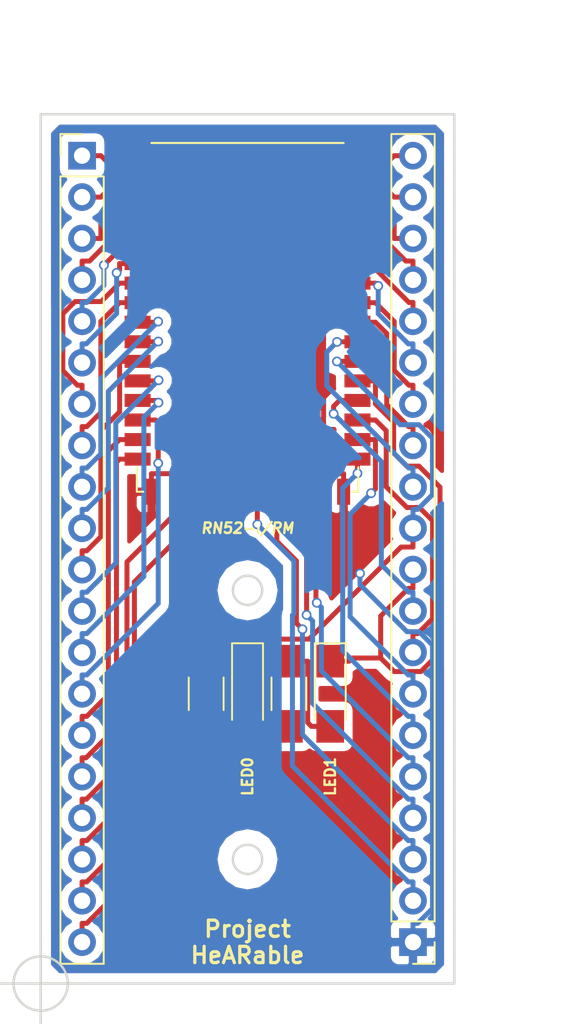
<source format=kicad_pcb>
(kicad_pcb (version 4) (host pcbnew 4.0.7)

  (general
    (links 56)
    (no_connects 0)
    (area 121.96 85.717099 149.935001 144.74)
    (thickness 1.6)
    (drawings 10)
    (tracks 339)
    (zones 0)
    (modules 7)
    (nets 43)
  )

  (page A4)
  (layers
    (0 F.Cu signal)
    (31 B.Cu signal)
    (32 B.Adhes user)
    (33 F.Adhes user)
    (34 B.Paste user)
    (35 F.Paste user)
    (36 B.SilkS user)
    (37 F.SilkS user)
    (38 B.Mask user)
    (39 F.Mask user)
    (40 Dwgs.User user hide)
    (41 Cmts.User user)
    (42 Eco1.User user)
    (43 Eco2.User user)
    (44 Edge.Cuts user)
    (45 Margin user)
    (46 B.CrtYd user)
    (47 F.CrtYd user)
    (48 B.Fab user)
    (49 F.Fab user)
  )

  (setup
    (last_trace_width 0.3048)
    (trace_clearance 0.1524)
    (zone_clearance 0.508)
    (zone_45_only yes)
    (trace_min 0.2)
    (segment_width 0.2)
    (edge_width 0.15)
    (via_size 0.6)
    (via_drill 0.4)
    (via_min_size 0.4)
    (via_min_drill 0.3)
    (uvia_size 0.3)
    (uvia_drill 0.1)
    (uvias_allowed no)
    (uvia_min_size 0.2)
    (uvia_min_drill 0.1)
    (pcb_text_width 0.3)
    (pcb_text_size 1.5 1.5)
    (mod_edge_width 0.15)
    (mod_text_size 1 1)
    (mod_text_width 0.15)
    (pad_size 1.524 1.524)
    (pad_drill 0.762)
    (pad_to_mask_clearance 0.2)
    (aux_axis_origin 124.46 142.24)
    (grid_origin 124.46 142.24)
    (visible_elements FFFFFF7F)
    (pcbplotparams
      (layerselection 0x010f0_80000001)
      (usegerberextensions true)
      (excludeedgelayer true)
      (linewidth 0.100000)
      (plotframeref false)
      (viasonmask false)
      (mode 1)
      (useauxorigin false)
      (hpglpennumber 1)
      (hpglpenspeed 20)
      (hpglpendiameter 15)
      (hpglpenoverlay 2)
      (psnegative false)
      (psa4output false)
      (plotreference true)
      (plotvalue true)
      (plotinvisibletext false)
      (padsonsilk false)
      (subtractmaskfromsilk false)
      (outputformat 1)
      (mirror false)
      (drillshape 0)
      (scaleselection 1)
      (outputdirectory gerber))
  )

  (net 0 "")
  (net 1 "Net-(BT1-Pad1)")
  (net 2 "Net-(BT1-Pad2)")
  (net 3 "Net-(BT1-Pad3)")
  (net 4 "Net-(BT1-Pad4)")
  (net 5 "Net-(BT1-Pad5)")
  (net 6 "Net-(BT1-Pad6)")
  (net 7 "Net-(BT1-Pad7)")
  (net 8 "Net-(BT1-Pad8)")
  (net 9 "Net-(BT1-Pad9)")
  (net 10 "Net-(BT1-Pad10)")
  (net 11 "Net-(BT1-Pad11)")
  (net 12 "Net-(BT1-Pad12)")
  (net 13 "Net-(BT1-Pad13)")
  (net 14 "Net-(BT1-Pad14)")
  (net 15 "Net-(BT1-Pad15)")
  (net 16 "Net-(BT1-Pad16)")
  (net 17 "Net-(BT1-Pad17)")
  (net 18 "Net-(BT1-Pad19)")
  (net 19 "Net-(BT1-Pad20)")
  (net 20 "Net-(BT1-Pad21)")
  (net 21 "Net-(BT1-Pad22)")
  (net 22 "Net-(BT1-Pad23)")
  (net 23 "Net-(BT1-Pad24)")
  (net 24 "Net-(BT1-Pad25)")
  (net 25 "Net-(BT1-Pad26)")
  (net 26 "Net-(BT1-Pad28)")
  (net 27 "Net-(BT1-Pad29)")
  (net 28 "Net-(BT1-Pad30)")
  (net 29 "Net-(BT1-Pad31)")
  (net 30 LED1)
  (net 31 LED0)
  (net 32 "Net-(BT1-Pad34)")
  (net 33 "Net-(BT1-Pad35)")
  (net 34 "Net-(BT1-Pad36)")
  (net 35 "Net-(BT1-Pad37)")
  (net 36 "Net-(BT1-Pad38)")
  (net 37 "Net-(BT1-Pad40)")
  (net 38 "Net-(BT1-Pad41)")
  (net 39 "Net-(BT1-Pad42)")
  (net 40 "Net-(BT1-Pad43)")
  (net 41 "Net-(D1-Pad2)")
  (net 42 "Net-(D2-Pad2)")

  (net_class Default "これは標準のネット クラスです。"
    (clearance 0.1524)
    (trace_width 0.3048)
    (via_dia 0.6)
    (via_drill 0.4)
    (uvia_dia 0.3)
    (uvia_drill 0.1)
    (add_net LED0)
    (add_net LED1)
    (add_net "Net-(BT1-Pad1)")
    (add_net "Net-(BT1-Pad10)")
    (add_net "Net-(BT1-Pad11)")
    (add_net "Net-(BT1-Pad12)")
    (add_net "Net-(BT1-Pad13)")
    (add_net "Net-(BT1-Pad14)")
    (add_net "Net-(BT1-Pad15)")
    (add_net "Net-(BT1-Pad16)")
    (add_net "Net-(BT1-Pad17)")
    (add_net "Net-(BT1-Pad19)")
    (add_net "Net-(BT1-Pad2)")
    (add_net "Net-(BT1-Pad20)")
    (add_net "Net-(BT1-Pad21)")
    (add_net "Net-(BT1-Pad22)")
    (add_net "Net-(BT1-Pad23)")
    (add_net "Net-(BT1-Pad24)")
    (add_net "Net-(BT1-Pad25)")
    (add_net "Net-(BT1-Pad26)")
    (add_net "Net-(BT1-Pad28)")
    (add_net "Net-(BT1-Pad29)")
    (add_net "Net-(BT1-Pad3)")
    (add_net "Net-(BT1-Pad30)")
    (add_net "Net-(BT1-Pad31)")
    (add_net "Net-(BT1-Pad34)")
    (add_net "Net-(BT1-Pad35)")
    (add_net "Net-(BT1-Pad36)")
    (add_net "Net-(BT1-Pad37)")
    (add_net "Net-(BT1-Pad38)")
    (add_net "Net-(BT1-Pad4)")
    (add_net "Net-(BT1-Pad40)")
    (add_net "Net-(BT1-Pad41)")
    (add_net "Net-(BT1-Pad42)")
    (add_net "Net-(BT1-Pad43)")
    (add_net "Net-(BT1-Pad5)")
    (add_net "Net-(BT1-Pad6)")
    (add_net "Net-(BT1-Pad7)")
    (add_net "Net-(BT1-Pad8)")
    (add_net "Net-(BT1-Pad9)")
    (add_net "Net-(D1-Pad2)")
    (add_net "Net-(D2-Pad2)")
  )

  (module MOUDLE-BLUETOOTH-AUDIO-RN52-I_RM_50P-26X13.5MM_:LGA50-1.0-26X13.5MM (layer F.Cu) (tedit 5AF02137) (tstamp 5AEFDFDB)
    (at 137.16 99.06)
    (path /5AEFC723)
    (attr smd)
    (fp_text reference BT1 (at 0.226003 -10.2248) (layer F.SilkS) hide
      (effects (font (size 0.641155 0.641155) (thickness 0.05)))
    )
    (fp_text value RN52-I/RM (at 0 15.24) (layer F.SilkS)
      (effects (font (size 0.640285 0.640285) (thickness 0.15) italic))
    )
    (fp_line (start -6.75 13) (end 6.75 13) (layer Dwgs.User) (width 0.127))
    (fp_line (start 6.75 13) (end 6.75 -8.4) (layer Dwgs.User) (width 0.127))
    (fp_poly (pts (xy -6.81719 -13) (xy 6.8 -13) (xy 6.8 13.0329) (xy -6.81719 13.0329)) (layer Dwgs.User) (width 0.381))
    (fp_line (start -6.75 -8.4) (end -6.75 13) (layer Dwgs.User) (width 0.127))
    (fp_line (start -6.75 -8.4) (end 6.75 -8.4) (layer Dwgs.User) (width 0.127))
    (fp_line (start 6.4 13) (end 6.8 13) (layer F.SilkS) (width 0.127))
    (fp_line (start 6.8 13) (end 6.8 11.5) (layer F.SilkS) (width 0.127))
    (fp_line (start -6.4 13) (end -6.8 13) (layer F.SilkS) (width 0.127))
    (fp_line (start -6.8 13) (end -6.8 11.5) (layer F.SilkS) (width 0.127))
    (fp_line (start -5.9 -8.4) (end 5.9 -8.4) (layer F.SilkS) (width 0.127))
    (pad 1 smd rect (at -6.75 -8.2) (size 1.6 0.8) (layers F.Cu F.Paste F.Mask)
      (net 1 "Net-(BT1-Pad1)"))
    (pad 2 smd rect (at -6.75 -7) (size 1.6 0.8) (layers F.Cu F.Paste F.Mask)
      (net 2 "Net-(BT1-Pad2)"))
    (pad 3 smd rect (at -6.75 -5.8) (size 1.6 0.8) (layers F.Cu F.Paste F.Mask)
      (net 3 "Net-(BT1-Pad3)"))
    (pad 4 smd rect (at -6.75 -4.6) (size 1.6 0.8) (layers F.Cu F.Paste F.Mask)
      (net 4 "Net-(BT1-Pad4)"))
    (pad 5 smd rect (at -6.75 -3.4) (size 1.6 0.8) (layers F.Cu F.Paste F.Mask)
      (net 5 "Net-(BT1-Pad5)"))
    (pad 6 smd rect (at -6.75 -2.2) (size 1.6 0.8) (layers F.Cu F.Paste F.Mask)
      (net 6 "Net-(BT1-Pad6)"))
    (pad 7 smd rect (at -6.75 -1) (size 1.6 0.8) (layers F.Cu F.Paste F.Mask)
      (net 7 "Net-(BT1-Pad7)"))
    (pad 8 smd rect (at -6.75 0.2) (size 1.6 0.8) (layers F.Cu F.Paste F.Mask)
      (net 8 "Net-(BT1-Pad8)"))
    (pad 9 smd rect (at -6.75 1.4) (size 1.6 0.8) (layers F.Cu F.Paste F.Mask)
      (net 9 "Net-(BT1-Pad9)"))
    (pad 10 smd rect (at -6.75 2.6) (size 1.6 0.8) (layers F.Cu F.Paste F.Mask)
      (net 10 "Net-(BT1-Pad10)"))
    (pad 11 smd rect (at -6.75 3.8) (size 1.6 0.8) (layers F.Cu F.Paste F.Mask)
      (net 11 "Net-(BT1-Pad11)"))
    (pad 12 smd rect (at -6.75 5) (size 1.6 0.8) (layers F.Cu F.Paste F.Mask)
      (net 12 "Net-(BT1-Pad12)"))
    (pad 13 smd rect (at -6.75 6.2) (size 1.6 0.8) (layers F.Cu F.Paste F.Mask)
      (net 13 "Net-(BT1-Pad13)"))
    (pad 14 smd rect (at -6.75 7.4) (size 1.6 0.8) (layers F.Cu F.Paste F.Mask)
      (net 14 "Net-(BT1-Pad14)"))
    (pad 15 smd rect (at -6.75 8.6) (size 1.6 0.8) (layers F.Cu F.Paste F.Mask)
      (net 15 "Net-(BT1-Pad15)"))
    (pad 16 smd rect (at -6.75 9.8) (size 1.6 0.8) (layers F.Cu F.Paste F.Mask)
      (net 16 "Net-(BT1-Pad16)"))
    (pad 17 smd rect (at -6.75 11) (size 1.6 0.8) (layers F.Cu F.Paste F.Mask)
      (net 17 "Net-(BT1-Pad17)"))
    (pad 18 smd rect (at -5.9 13 90) (size 1.6 0.8) (layers F.Cu F.Paste F.Mask)
      (net 1 "Net-(BT1-Pad1)"))
    (pad 19 smd rect (at -4.2 13 90) (size 1.6 0.8) (layers F.Cu F.Paste F.Mask)
      (net 18 "Net-(BT1-Pad19)"))
    (pad 20 smd rect (at -3 13 90) (size 1.6 0.8) (layers F.Cu F.Paste F.Mask)
      (net 19 "Net-(BT1-Pad20)"))
    (pad 21 smd rect (at -1.8 13 90) (size 1.6 0.8) (layers F.Cu F.Paste F.Mask)
      (net 20 "Net-(BT1-Pad21)"))
    (pad 22 smd rect (at -0.6 13 90) (size 1.6 0.8) (layers F.Cu F.Paste F.Mask)
      (net 21 "Net-(BT1-Pad22)"))
    (pad 23 smd rect (at 0.6 13 90) (size 1.6 0.8) (layers F.Cu F.Paste F.Mask)
      (net 22 "Net-(BT1-Pad23)"))
    (pad 24 smd rect (at 1.8 13 90) (size 1.6 0.8) (layers F.Cu F.Paste F.Mask)
      (net 23 "Net-(BT1-Pad24)"))
    (pad 25 smd rect (at 3 13 90) (size 1.6 0.8) (layers F.Cu F.Paste F.Mask)
      (net 24 "Net-(BT1-Pad25)"))
    (pad 26 smd rect (at 4.2 13 90) (size 1.6 0.8) (layers F.Cu F.Paste F.Mask)
      (net 25 "Net-(BT1-Pad26)"))
    (pad 27 smd rect (at 5.9 13 90) (size 1.6 0.8) (layers F.Cu F.Paste F.Mask)
      (net 1 "Net-(BT1-Pad1)"))
    (pad 28 smd rect (at 6.75 11) (size 1.6 0.8) (layers F.Cu F.Paste F.Mask)
      (net 26 "Net-(BT1-Pad28)"))
    (pad 29 smd rect (at 6.75 9.8) (size 1.6 0.8) (layers F.Cu F.Paste F.Mask)
      (net 27 "Net-(BT1-Pad29)"))
    (pad 30 smd rect (at 6.75 8.6) (size 1.6 0.8) (layers F.Cu F.Paste F.Mask)
      (net 28 "Net-(BT1-Pad30)"))
    (pad 31 smd rect (at 6.75 7.4) (size 1.6 0.8) (layers F.Cu F.Paste F.Mask)
      (net 29 "Net-(BT1-Pad31)"))
    (pad 32 smd rect (at 6.75 6.2) (size 1.6 0.8) (layers F.Cu F.Paste F.Mask)
      (net 30 LED1))
    (pad 33 smd rect (at 6.75 5) (size 1.6 0.8) (layers F.Cu F.Paste F.Mask)
      (net 31 LED0))
    (pad 34 smd rect (at 6.75 3.8) (size 1.6 0.8) (layers F.Cu F.Paste F.Mask)
      (net 32 "Net-(BT1-Pad34)"))
    (pad 35 smd rect (at 6.75 2.6) (size 1.6 0.8) (layers F.Cu F.Paste F.Mask)
      (net 33 "Net-(BT1-Pad35)"))
    (pad 36 smd rect (at 6.75 1.4) (size 1.6 0.8) (layers F.Cu F.Paste F.Mask)
      (net 34 "Net-(BT1-Pad36)"))
    (pad 37 smd rect (at 6.75 0.2) (size 1.6 0.8) (layers F.Cu F.Paste F.Mask)
      (net 35 "Net-(BT1-Pad37)"))
    (pad 38 smd rect (at 6.75 -1) (size 1.6 0.8) (layers F.Cu F.Paste F.Mask)
      (net 36 "Net-(BT1-Pad38)"))
    (pad 39 smd rect (at 6.75 -2.2) (size 1.6 0.8) (layers F.Cu F.Paste F.Mask)
      (net 1 "Net-(BT1-Pad1)"))
    (pad 40 smd rect (at 6.75 -3.4) (size 1.6 0.8) (layers F.Cu F.Paste F.Mask)
      (net 37 "Net-(BT1-Pad40)"))
    (pad 41 smd rect (at 6.75 -4.6) (size 1.6 0.8) (layers F.Cu F.Paste F.Mask)
      (net 38 "Net-(BT1-Pad41)"))
    (pad 42 smd rect (at 6.75 -5.8) (size 1.6 0.8) (layers F.Cu F.Paste F.Mask)
      (net 39 "Net-(BT1-Pad42)"))
    (pad 43 smd rect (at 6.75 -7) (size 1.6 0.8) (layers F.Cu F.Paste F.Mask)
      (net 40 "Net-(BT1-Pad43)"))
    (pad 44 smd rect (at 6.75 -8.2) (size 1.6 0.8) (layers F.Cu F.Paste F.Mask)
      (net 1 "Net-(BT1-Pad1)"))
    (pad 45 smd rect (at 3.5 -7.7) (size 0.8 1) (layers F.Cu F.Paste F.Mask)
      (net 1 "Net-(BT1-Pad1)"))
    (pad 46 smd rect (at 2.1 -7.7) (size 0.8 1) (layers F.Cu F.Paste F.Mask)
      (net 1 "Net-(BT1-Pad1)"))
    (pad 47 smd rect (at 0.7 -7.7) (size 0.8 1) (layers F.Cu F.Paste F.Mask)
      (net 1 "Net-(BT1-Pad1)"))
    (pad 48 smd rect (at -0.7 -7.7) (size 0.8 1) (layers F.Cu F.Paste F.Mask)
      (net 1 "Net-(BT1-Pad1)"))
    (pad 49 smd rect (at -2.1 -7.7) (size 0.8 1) (layers F.Cu F.Paste F.Mask)
      (net 1 "Net-(BT1-Pad1)"))
    (pad 50 smd rect (at -3.5 -7.7) (size 0.8 1) (layers F.Cu F.Paste F.Mask)
      (net 1 "Net-(BT1-Pad1)"))
  )

  (module LEDs:LED_1206_HandSoldering (layer F.Cu) (tedit 5AF0211D) (tstamp 5AEFDFF0)
    (at 137.16 124.46 270)
    (descr "LED SMD 1206, hand soldering")
    (tags "LED 1206")
    (path /5AEFDA06)
    (attr smd)
    (fp_text reference LED0 (at 5.08 0 270) (layer F.SilkS)
      (effects (font (size 0.640285 0.640285) (thickness 0.15)))
    )
    (fp_text value LED (at 0 1.9 270) (layer F.Fab) hide
      (effects (font (size 1 1) (thickness 0.15)))
    )
    (fp_line (start -3.1 -0.95) (end -3.1 0.95) (layer F.SilkS) (width 0.12))
    (fp_line (start -0.4 0) (end 0.2 -0.4) (layer F.Fab) (width 0.1))
    (fp_line (start 0.2 -0.4) (end 0.2 0.4) (layer F.Fab) (width 0.1))
    (fp_line (start 0.2 0.4) (end -0.4 0) (layer F.Fab) (width 0.1))
    (fp_line (start -0.45 -0.4) (end -0.45 0.4) (layer F.Fab) (width 0.1))
    (fp_line (start -1.6 0.8) (end -1.6 -0.8) (layer F.Fab) (width 0.1))
    (fp_line (start 1.6 0.8) (end -1.6 0.8) (layer F.Fab) (width 0.1))
    (fp_line (start 1.6 -0.8) (end 1.6 0.8) (layer F.Fab) (width 0.1))
    (fp_line (start -1.6 -0.8) (end 1.6 -0.8) (layer F.Fab) (width 0.1))
    (fp_line (start -3.1 0.95) (end 1.6 0.95) (layer F.SilkS) (width 0.12))
    (fp_line (start -3.1 -0.95) (end 1.6 -0.95) (layer F.SilkS) (width 0.12))
    (fp_line (start -3.25 -1.11) (end 3.25 -1.11) (layer F.CrtYd) (width 0.05))
    (fp_line (start -3.25 -1.11) (end -3.25 1.1) (layer F.CrtYd) (width 0.05))
    (fp_line (start 3.25 1.1) (end 3.25 -1.11) (layer F.CrtYd) (width 0.05))
    (fp_line (start 3.25 1.1) (end -3.25 1.1) (layer F.CrtYd) (width 0.05))
    (pad 1 smd rect (at -2 0 270) (size 2 1.7) (layers F.Cu F.Paste F.Mask)
      (net 31 LED0))
    (pad 2 smd rect (at 2 0 270) (size 2 1.7) (layers F.Cu F.Paste F.Mask)
      (net 41 "Net-(D1-Pad2)"))
    (model ${KISYS3DMOD}/LEDs.3dshapes/LED_1206.wrl
      (at (xyz 0 0 0))
      (scale (xyz 1 1 1))
      (rotate (xyz 0 0 180))
    )
  )

  (module LEDs:LED_1206_HandSoldering (layer F.Cu) (tedit 5AF02125) (tstamp 5AEFE005)
    (at 142.24 124.46 270)
    (descr "LED SMD 1206, hand soldering")
    (tags "LED 1206")
    (path /5AEFDA7D)
    (attr smd)
    (fp_text reference LED1 (at 5.08 0 270) (layer F.SilkS)
      (effects (font (size 0.640285 0.640285) (thickness 0.15)))
    )
    (fp_text value LED (at 0 1.9 270) (layer F.Fab) hide
      (effects (font (size 1 1) (thickness 0.15)))
    )
    (fp_line (start -3.1 -0.95) (end -3.1 0.95) (layer F.SilkS) (width 0.12))
    (fp_line (start -0.4 0) (end 0.2 -0.4) (layer F.Fab) (width 0.1))
    (fp_line (start 0.2 -0.4) (end 0.2 0.4) (layer F.Fab) (width 0.1))
    (fp_line (start 0.2 0.4) (end -0.4 0) (layer F.Fab) (width 0.1))
    (fp_line (start -0.45 -0.4) (end -0.45 0.4) (layer F.Fab) (width 0.1))
    (fp_line (start -1.6 0.8) (end -1.6 -0.8) (layer F.Fab) (width 0.1))
    (fp_line (start 1.6 0.8) (end -1.6 0.8) (layer F.Fab) (width 0.1))
    (fp_line (start 1.6 -0.8) (end 1.6 0.8) (layer F.Fab) (width 0.1))
    (fp_line (start -1.6 -0.8) (end 1.6 -0.8) (layer F.Fab) (width 0.1))
    (fp_line (start -3.1 0.95) (end 1.6 0.95) (layer F.SilkS) (width 0.12))
    (fp_line (start -3.1 -0.95) (end 1.6 -0.95) (layer F.SilkS) (width 0.12))
    (fp_line (start -3.25 -1.11) (end 3.25 -1.11) (layer F.CrtYd) (width 0.05))
    (fp_line (start -3.25 -1.11) (end -3.25 1.1) (layer F.CrtYd) (width 0.05))
    (fp_line (start 3.25 1.1) (end 3.25 -1.11) (layer F.CrtYd) (width 0.05))
    (fp_line (start 3.25 1.1) (end -3.25 1.1) (layer F.CrtYd) (width 0.05))
    (pad 1 smd rect (at -2 0 270) (size 2 1.7) (layers F.Cu F.Paste F.Mask)
      (net 30 LED1))
    (pad 2 smd rect (at 2 0 270) (size 2 1.7) (layers F.Cu F.Paste F.Mask)
      (net 42 "Net-(D2-Pad2)"))
    (model ${KISYS3DMOD}/LEDs.3dshapes/LED_1206.wrl
      (at (xyz 0 0 0))
      (scale (xyz 1 1 1))
      (rotate (xyz 0 0 180))
    )
  )

  (module Resistors_SMD:R_1206_HandSoldering (layer F.Cu) (tedit 5AF01CB6) (tstamp 5AEFE250)
    (at 134.62 124.46 90)
    (descr "Resistor SMD 1206, hand soldering")
    (tags "resistor 1206")
    (path /5AEFE4FF)
    (attr smd)
    (fp_text reference R1 (at 0 -1.85 90) (layer F.SilkS) hide
      (effects (font (size 1 1) (thickness 0.15)))
    )
    (fp_text value 330 (at 0 1.9 90) (layer F.Fab) hide
      (effects (font (size 1 1) (thickness 0.15)))
    )
    (fp_text user %R (at 0 0 90) (layer F.Fab)
      (effects (font (size 0.7 0.7) (thickness 0.105)))
    )
    (fp_line (start -1.6 0.8) (end -1.6 -0.8) (layer F.Fab) (width 0.1))
    (fp_line (start 1.6 0.8) (end -1.6 0.8) (layer F.Fab) (width 0.1))
    (fp_line (start 1.6 -0.8) (end 1.6 0.8) (layer F.Fab) (width 0.1))
    (fp_line (start -1.6 -0.8) (end 1.6 -0.8) (layer F.Fab) (width 0.1))
    (fp_line (start 1 1.07) (end -1 1.07) (layer F.SilkS) (width 0.12))
    (fp_line (start -1 -1.07) (end 1 -1.07) (layer F.SilkS) (width 0.12))
    (fp_line (start -3.25 -1.11) (end 3.25 -1.11) (layer F.CrtYd) (width 0.05))
    (fp_line (start -3.25 -1.11) (end -3.25 1.1) (layer F.CrtYd) (width 0.05))
    (fp_line (start 3.25 1.1) (end 3.25 -1.11) (layer F.CrtYd) (width 0.05))
    (fp_line (start 3.25 1.1) (end -3.25 1.1) (layer F.CrtYd) (width 0.05))
    (pad 1 smd rect (at -2 0 90) (size 2 1.7) (layers F.Cu F.Paste F.Mask)
      (net 21 "Net-(BT1-Pad22)"))
    (pad 2 smd rect (at 2 0 90) (size 2 1.7) (layers F.Cu F.Paste F.Mask)
      (net 41 "Net-(D1-Pad2)"))
    (model ${KISYS3DMOD}/Resistors_SMD.3dshapes/R_1206.wrl
      (at (xyz 0 0 0))
      (scale (xyz 1 1 1))
      (rotate (xyz 0 0 0))
    )
  )

  (module Resistors_SMD:R_1206_HandSoldering (layer F.Cu) (tedit 5AF01CF0) (tstamp 5AEFE261)
    (at 139.7 124.46 90)
    (descr "Resistor SMD 1206, hand soldering")
    (tags "resistor 1206")
    (path /5AEFE56C)
    (attr smd)
    (fp_text reference R2 (at 0 -1.85 90) (layer F.SilkS) hide
      (effects (font (size 1 1) (thickness 0.15)))
    )
    (fp_text value 330 (at 0 1.9 90) (layer F.Fab) hide
      (effects (font (size 1 1) (thickness 0.15)))
    )
    (fp_text user %R (at 0 0 90) (layer F.Fab)
      (effects (font (size 0.7 0.7) (thickness 0.105)))
    )
    (fp_line (start -1.6 0.8) (end -1.6 -0.8) (layer F.Fab) (width 0.1))
    (fp_line (start 1.6 0.8) (end -1.6 0.8) (layer F.Fab) (width 0.1))
    (fp_line (start 1.6 -0.8) (end 1.6 0.8) (layer F.Fab) (width 0.1))
    (fp_line (start -1.6 -0.8) (end 1.6 -0.8) (layer F.Fab) (width 0.1))
    (fp_line (start 1 1.07) (end -1 1.07) (layer F.SilkS) (width 0.12))
    (fp_line (start -1 -1.07) (end 1 -1.07) (layer F.SilkS) (width 0.12))
    (fp_line (start -3.25 -1.11) (end 3.25 -1.11) (layer F.CrtYd) (width 0.05))
    (fp_line (start -3.25 -1.11) (end -3.25 1.1) (layer F.CrtYd) (width 0.05))
    (fp_line (start 3.25 1.1) (end 3.25 -1.11) (layer F.CrtYd) (width 0.05))
    (fp_line (start 3.25 1.1) (end -3.25 1.1) (layer F.CrtYd) (width 0.05))
    (pad 1 smd rect (at -2 0 90) (size 2 1.7) (layers F.Cu F.Paste F.Mask)
      (net 21 "Net-(BT1-Pad22)"))
    (pad 2 smd rect (at 2 0 90) (size 2 1.7) (layers F.Cu F.Paste F.Mask)
      (net 42 "Net-(D2-Pad2)"))
    (model ${KISYS3DMOD}/Resistors_SMD.3dshapes/R_1206.wrl
      (at (xyz 0 0 0))
      (scale (xyz 1 1 1))
      (rotate (xyz 0 0 0))
    )
  )

  (module Pin_Headers:Pin_Header_Straight_1x20_Pitch2.54mm (layer F.Cu) (tedit 5AEFE0FC) (tstamp 5AEFEB96)
    (at 127 91.44)
    (descr "Through hole straight pin header, 1x20, 2.54mm pitch, single row")
    (tags "Through hole pin header THT 1x20 2.54mm single row")
    (path /5AEFC7C3)
    (fp_text reference J1 (at 0 -2.33) (layer F.SilkS) hide
      (effects (font (size 1 1) (thickness 0.15)))
    )
    (fp_text value HEADER_20 (at 0 50.59) (layer F.Fab) hide
      (effects (font (size 1 1) (thickness 0.15)))
    )
    (fp_line (start -0.635 -1.27) (end 1.27 -1.27) (layer F.Fab) (width 0.1))
    (fp_line (start 1.27 -1.27) (end 1.27 49.53) (layer F.Fab) (width 0.1))
    (fp_line (start 1.27 49.53) (end -1.27 49.53) (layer F.Fab) (width 0.1))
    (fp_line (start -1.27 49.53) (end -1.27 -0.635) (layer F.Fab) (width 0.1))
    (fp_line (start -1.27 -0.635) (end -0.635 -1.27) (layer F.Fab) (width 0.1))
    (fp_line (start -1.33 49.59) (end 1.33 49.59) (layer F.SilkS) (width 0.12))
    (fp_line (start -1.33 1.27) (end -1.33 49.59) (layer F.SilkS) (width 0.12))
    (fp_line (start 1.33 1.27) (end 1.33 49.59) (layer F.SilkS) (width 0.12))
    (fp_line (start -1.33 1.27) (end 1.33 1.27) (layer F.SilkS) (width 0.12))
    (fp_line (start -1.33 0) (end -1.33 -1.33) (layer F.SilkS) (width 0.12))
    (fp_line (start -1.33 -1.33) (end 0 -1.33) (layer F.SilkS) (width 0.12))
    (fp_line (start -1.8 -1.8) (end -1.8 50.05) (layer F.CrtYd) (width 0.05))
    (fp_line (start -1.8 50.05) (end 1.8 50.05) (layer F.CrtYd) (width 0.05))
    (fp_line (start 1.8 50.05) (end 1.8 -1.8) (layer F.CrtYd) (width 0.05))
    (fp_line (start 1.8 -1.8) (end -1.8 -1.8) (layer F.CrtYd) (width 0.05))
    (fp_text user %R (at 0 24.13 90) (layer F.Fab) hide
      (effects (font (size 1 1) (thickness 0.15)))
    )
    (pad 1 thru_hole rect (at 0 0) (size 1.7 1.7) (drill 1) (layers *.Cu *.Mask)
      (net 2 "Net-(BT1-Pad2)"))
    (pad 2 thru_hole oval (at 0 2.54) (size 1.7 1.7) (drill 1) (layers *.Cu *.Mask)
      (net 3 "Net-(BT1-Pad3)"))
    (pad 3 thru_hole oval (at 0 5.08) (size 1.7 1.7) (drill 1) (layers *.Cu *.Mask)
      (net 4 "Net-(BT1-Pad4)"))
    (pad 4 thru_hole oval (at 0 7.62) (size 1.7 1.7) (drill 1) (layers *.Cu *.Mask)
      (net 5 "Net-(BT1-Pad5)"))
    (pad 5 thru_hole oval (at 0 10.16) (size 1.7 1.7) (drill 1) (layers *.Cu *.Mask)
      (net 6 "Net-(BT1-Pad6)"))
    (pad 6 thru_hole oval (at 0 12.7) (size 1.7 1.7) (drill 1) (layers *.Cu *.Mask)
      (net 7 "Net-(BT1-Pad7)"))
    (pad 7 thru_hole oval (at 0 15.24) (size 1.7 1.7) (drill 1) (layers *.Cu *.Mask)
      (net 8 "Net-(BT1-Pad8)"))
    (pad 8 thru_hole oval (at 0 17.78) (size 1.7 1.7) (drill 1) (layers *.Cu *.Mask)
      (net 9 "Net-(BT1-Pad9)"))
    (pad 9 thru_hole oval (at 0 20.32) (size 1.7 1.7) (drill 1) (layers *.Cu *.Mask)
      (net 10 "Net-(BT1-Pad10)"))
    (pad 10 thru_hole oval (at 0 22.86) (size 1.7 1.7) (drill 1) (layers *.Cu *.Mask)
      (net 11 "Net-(BT1-Pad11)"))
    (pad 11 thru_hole oval (at 0 25.4) (size 1.7 1.7) (drill 1) (layers *.Cu *.Mask)
      (net 12 "Net-(BT1-Pad12)"))
    (pad 12 thru_hole oval (at 0 27.94) (size 1.7 1.7) (drill 1) (layers *.Cu *.Mask)
      (net 13 "Net-(BT1-Pad13)"))
    (pad 13 thru_hole oval (at 0 30.48) (size 1.7 1.7) (drill 1) (layers *.Cu *.Mask)
      (net 14 "Net-(BT1-Pad14)"))
    (pad 14 thru_hole oval (at 0 33.02) (size 1.7 1.7) (drill 1) (layers *.Cu *.Mask)
      (net 15 "Net-(BT1-Pad15)"))
    (pad 15 thru_hole oval (at 0 35.56) (size 1.7 1.7) (drill 1) (layers *.Cu *.Mask)
      (net 16 "Net-(BT1-Pad16)"))
    (pad 16 thru_hole oval (at 0 38.1) (size 1.7 1.7) (drill 1) (layers *.Cu *.Mask)
      (net 17 "Net-(BT1-Pad17)"))
    (pad 17 thru_hole oval (at 0 40.64) (size 1.7 1.7) (drill 1) (layers *.Cu *.Mask)
      (net 18 "Net-(BT1-Pad19)"))
    (pad 18 thru_hole oval (at 0 43.18) (size 1.7 1.7) (drill 1) (layers *.Cu *.Mask)
      (net 19 "Net-(BT1-Pad20)"))
    (pad 19 thru_hole oval (at 0 45.72) (size 1.7 1.7) (drill 1) (layers *.Cu *.Mask)
      (net 20 "Net-(BT1-Pad21)"))
    (pad 20 thru_hole oval (at 0 48.26) (size 1.7 1.7) (drill 1) (layers *.Cu *.Mask)
      (net 21 "Net-(BT1-Pad22)"))
    (model ${KISYS3DMOD}/Pin_Headers.3dshapes/Pin_Header_Straight_1x20_Pitch2.54mm.wrl
      (at (xyz 0 0 0))
      (scale (xyz 1 1 1))
      (rotate (xyz 0 0 0))
    )
  )

  (module Pin_Headers:Pin_Header_Straight_1x20_Pitch2.54mm (layer F.Cu) (tedit 5AEFE106) (tstamp 5AEFEBBD)
    (at 147.32 139.7 180)
    (descr "Through hole straight pin header, 1x20, 2.54mm pitch, single row")
    (tags "Through hole pin header THT 1x20 2.54mm single row")
    (path /5AEFC82A)
    (fp_text reference J2 (at 0 -2.33 180) (layer F.SilkS) hide
      (effects (font (size 1 1) (thickness 0.15)))
    )
    (fp_text value HEADER_20 (at 6.35 0 180) (layer F.Fab) hide
      (effects (font (size 1 1) (thickness 0.15)))
    )
    (fp_line (start -0.635 -1.27) (end 1.27 -1.27) (layer F.Fab) (width 0.1))
    (fp_line (start 1.27 -1.27) (end 1.27 49.53) (layer F.Fab) (width 0.1))
    (fp_line (start 1.27 49.53) (end -1.27 49.53) (layer F.Fab) (width 0.1))
    (fp_line (start -1.27 49.53) (end -1.27 -0.635) (layer F.Fab) (width 0.1))
    (fp_line (start -1.27 -0.635) (end -0.635 -1.27) (layer F.Fab) (width 0.1))
    (fp_line (start -1.33 49.59) (end 1.33 49.59) (layer F.SilkS) (width 0.12))
    (fp_line (start -1.33 1.27) (end -1.33 49.59) (layer F.SilkS) (width 0.12))
    (fp_line (start 1.33 1.27) (end 1.33 49.59) (layer F.SilkS) (width 0.12))
    (fp_line (start -1.33 1.27) (end 1.33 1.27) (layer F.SilkS) (width 0.12))
    (fp_line (start -1.33 0) (end -1.33 -1.33) (layer F.SilkS) (width 0.12))
    (fp_line (start -1.33 -1.33) (end 0 -1.33) (layer F.SilkS) (width 0.12))
    (fp_line (start -1.8 -1.8) (end -1.8 50.05) (layer F.CrtYd) (width 0.05))
    (fp_line (start -1.8 50.05) (end 1.8 50.05) (layer F.CrtYd) (width 0.05))
    (fp_line (start 1.8 50.05) (end 1.8 -1.8) (layer F.CrtYd) (width 0.05))
    (fp_line (start 1.8 -1.8) (end -1.8 -1.8) (layer F.CrtYd) (width 0.05))
    (fp_text user %R (at 0 24.13 270) (layer F.Fab) hide
      (effects (font (size 1 1) (thickness 0.15)))
    )
    (pad 1 thru_hole rect (at 0 0 180) (size 1.7 1.7) (drill 1) (layers *.Cu *.Mask)
      (net 1 "Net-(BT1-Pad1)"))
    (pad 2 thru_hole oval (at 0 2.54 180) (size 1.7 1.7) (drill 1) (layers *.Cu *.Mask)
      (net 22 "Net-(BT1-Pad23)"))
    (pad 3 thru_hole oval (at 0 5.08 180) (size 1.7 1.7) (drill 1) (layers *.Cu *.Mask)
      (net 23 "Net-(BT1-Pad24)"))
    (pad 4 thru_hole oval (at 0 7.62 180) (size 1.7 1.7) (drill 1) (layers *.Cu *.Mask)
      (net 24 "Net-(BT1-Pad25)"))
    (pad 5 thru_hole oval (at 0 10.16 180) (size 1.7 1.7) (drill 1) (layers *.Cu *.Mask)
      (net 25 "Net-(BT1-Pad26)"))
    (pad 6 thru_hole oval (at 0 12.7 180) (size 1.7 1.7) (drill 1) (layers *.Cu *.Mask)
      (net 26 "Net-(BT1-Pad28)"))
    (pad 7 thru_hole oval (at 0 15.24 180) (size 1.7 1.7) (drill 1) (layers *.Cu *.Mask)
      (net 27 "Net-(BT1-Pad29)"))
    (pad 8 thru_hole oval (at 0 17.78 180) (size 1.7 1.7) (drill 1) (layers *.Cu *.Mask)
      (net 28 "Net-(BT1-Pad30)"))
    (pad 9 thru_hole oval (at 0 20.32 180) (size 1.7 1.7) (drill 1) (layers *.Cu *.Mask)
      (net 29 "Net-(BT1-Pad31)"))
    (pad 10 thru_hole oval (at 0 22.86 180) (size 1.7 1.7) (drill 1) (layers *.Cu *.Mask)
      (net 30 LED1))
    (pad 11 thru_hole oval (at 0 25.4 180) (size 1.7 1.7) (drill 1) (layers *.Cu *.Mask)
      (net 31 LED0))
    (pad 12 thru_hole oval (at 0 27.94 180) (size 1.7 1.7) (drill 1) (layers *.Cu *.Mask)
      (net 32 "Net-(BT1-Pad34)"))
    (pad 13 thru_hole oval (at 0 30.48 180) (size 1.7 1.7) (drill 1) (layers *.Cu *.Mask)
      (net 33 "Net-(BT1-Pad35)"))
    (pad 14 thru_hole oval (at 0 33.02 180) (size 1.7 1.7) (drill 1) (layers *.Cu *.Mask)
      (net 34 "Net-(BT1-Pad36)"))
    (pad 15 thru_hole oval (at 0 35.56 180) (size 1.7 1.7) (drill 1) (layers *.Cu *.Mask)
      (net 35 "Net-(BT1-Pad37)"))
    (pad 16 thru_hole oval (at 0 38.1 180) (size 1.7 1.7) (drill 1) (layers *.Cu *.Mask)
      (net 36 "Net-(BT1-Pad38)"))
    (pad 17 thru_hole oval (at 0 40.64 180) (size 1.7 1.7) (drill 1) (layers *.Cu *.Mask)
      (net 37 "Net-(BT1-Pad40)"))
    (pad 18 thru_hole oval (at 0 43.18 180) (size 1.7 1.7) (drill 1) (layers *.Cu *.Mask)
      (net 38 "Net-(BT1-Pad41)"))
    (pad 19 thru_hole oval (at 0 45.72 180) (size 1.7 1.7) (drill 1) (layers *.Cu *.Mask)
      (net 39 "Net-(BT1-Pad42)"))
    (pad 20 thru_hole oval (at 0 48.26 180) (size 1.7 1.7) (drill 1) (layers *.Cu *.Mask)
      (net 40 "Net-(BT1-Pad43)"))
    (model ${KISYS3DMOD}/Pin_Headers.3dshapes/Pin_Header_Straight_1x20_Pitch2.54mm.wrl
      (at (xyz 0 0 0))
      (scale (xyz 1 1 1))
      (rotate (xyz 0 0 0))
    )
  )

  (dimension 25.4 (width 0.3) (layer Cmts.User)
    (gr_text "25.400 mm" (at 137.16 86.44) (layer Cmts.User)
      (effects (font (size 1.5 1.5) (thickness 0.3)))
    )
    (feature1 (pts (xy 124.46 85.09) (xy 124.46 87.79)))
    (feature2 (pts (xy 149.86 85.09) (xy 149.86 87.79)))
    (crossbar (pts (xy 149.86 85.09) (xy 124.46 85.09)))
    (arrow1a (pts (xy 124.46 85.09) (xy 125.586504 84.503579)))
    (arrow1b (pts (xy 124.46 85.09) (xy 125.586504 85.676421)))
    (arrow2a (pts (xy 149.86 85.09) (xy 148.733496 84.503579)))
    (arrow2b (pts (xy 149.86 85.09) (xy 148.733496 85.676421)))
  )
  (dimension 53.34 (width 0.3) (layer Cmts.User)
    (gr_text "53.340 mm" (at 152.32 115.57 270) (layer Cmts.User)
      (effects (font (size 1.5 1.5) (thickness 0.3)))
    )
    (feature1 (pts (xy 153.67 142.24) (xy 150.97 142.24)))
    (feature2 (pts (xy 153.67 88.9) (xy 150.97 88.9)))
    (crossbar (pts (xy 153.67 88.9) (xy 153.67 142.24)))
    (arrow1a (pts (xy 153.67 142.24) (xy 153.083579 141.113496)))
    (arrow1b (pts (xy 153.67 142.24) (xy 154.256421 141.113496)))
    (arrow2a (pts (xy 153.67 88.9) (xy 153.083579 90.026504)))
    (arrow2b (pts (xy 153.67 88.9) (xy 154.256421 90.026504)))
  )
  (gr_circle (center 137.16 134.62) (end 137.795 133.985) (layer Edge.Cuts) (width 0.15))
  (gr_circle (center 137.16 118.11) (end 137.795 117.475) (layer Edge.Cuts) (width 0.15))
  (target plus (at 124.46 142.24) (size 5) (width 0.15) (layer Edge.Cuts))
  (gr_text "Project\nHeARable" (at 137.16 139.7) (layer F.SilkS)
    (effects (font (size 1 1) (thickness 0.2)))
  )
  (gr_line (start 124.46 88.9) (end 124.46 142.24) (angle 90) (layer Edge.Cuts) (width 0.15))
  (gr_line (start 124.46 88.9) (end 149.86 88.9) (angle 90) (layer Edge.Cuts) (width 0.15))
  (gr_line (start 149.86 88.9) (end 149.86 142.24) (angle 90) (layer Edge.Cuts) (width 0.15))
  (gr_line (start 149.86 142.24) (end 124.46 142.24) (angle 90) (layer Edge.Cuts) (width 0.15))

  (via (at 144.0652 117.078) (size 0.6) (layers F.Cu B.Cu) (net 1))
  (segment (start 136.46 91.36) (end 137.86 91.36) (width 0.3048) (layer F.Cu) (net 1))
  (segment (start 137.86 91.36) (end 139.26 91.36) (width 0.3048) (layer F.Cu) (net 1))
  (segment (start 139.26 91.36) (end 140.66 91.36) (width 0.3048) (layer F.Cu) (net 1))
  (segment (start 140.66 91.36) (end 141.3651 91.36) (width 0.3048) (layer F.Cu) (net 1))
  (segment (start 143.91 90.86) (end 142.8049 90.86) (width 0.3048) (layer F.Cu) (net 1))
  (segment (start 143.91 96.86) (end 142.8049 96.86) (width 0.3048) (layer F.Cu) (net 1))
  (segment (start 141.3651 91.36) (end 142.8048 91.36) (width 0.3048) (layer F.Cu) (net 1))
  (segment (start 142.8049 91.3599) (end 142.8049 90.86) (width 0.3048) (layer F.Cu) (net 1))
  (segment (start 142.8048 91.36) (end 142.8049 91.3599) (width 0.3048) (layer F.Cu) (net 1))
  (segment (start 132.4549 90.86) (end 130.41 90.86) (width 0.3048) (layer F.Cu) (net 1))
  (segment (start 132.9549 91.36) (end 132.4549 90.86) (width 0.3048) (layer F.Cu) (net 1))
  (segment (start 133.66 91.36) (end 132.9549 91.36) (width 0.3048) (layer F.Cu) (net 1))
  (segment (start 136.46 91.36) (end 135.06 91.36) (width 0.3048) (layer F.Cu) (net 1))
  (segment (start 135.06 91.36) (end 133.66 91.36) (width 0.3048) (layer F.Cu) (net 1))
  (segment (start 131.26 112.06) (end 131.26 110.9549) (width 0.3048) (layer F.Cu) (net 1))
  (segment (start 142.8048 96.8599) (end 142.8049 96.86) (width 0.3048) (layer F.Cu) (net 1))
  (segment (start 142.8048 91.36) (end 142.8048 96.8599) (width 0.3048) (layer F.Cu) (net 1))
  (segment (start 141.829 97.8359) (end 141.829 110.1432) (width 0.3048) (layer F.Cu) (net 1))
  (segment (start 142.8049 96.86) (end 141.829 97.8359) (width 0.3048) (layer F.Cu) (net 1))
  (segment (start 141.0173 110.9549) (end 131.26 110.9549) (width 0.3048) (layer F.Cu) (net 1))
  (segment (start 141.829 110.1432) (end 141.0173 110.9549) (width 0.3048) (layer F.Cu) (net 1))
  (segment (start 142.6407 110.9549) (end 143.06 110.9549) (width 0.3048) (layer F.Cu) (net 1))
  (segment (start 141.829 110.1432) (end 142.6407 110.9549) (width 0.3048) (layer F.Cu) (net 1))
  (segment (start 143.06 112.06) (end 143.06 110.9549) (width 0.3048) (layer F.Cu) (net 1))
  (segment (start 143.06 112.06) (end 143.06 113.1651) (width 0.3048) (layer F.Cu) (net 1))
  (segment (start 147.32 139.7) (end 147.32 138.5449) (width 0.3048) (layer B.Cu) (net 1))
  (segment (start 144.0652 117.7652) (end 144.0652 117.078) (width 0.3048) (layer B.Cu) (net 1))
  (segment (start 146.95 120.65) (end 144.0652 117.7652) (width 0.3048) (layer B.Cu) (net 1))
  (segment (start 147.6909 120.65) (end 146.95 120.65) (width 0.3048) (layer B.Cu) (net 1))
  (segment (start 148.5181 121.4772) (end 147.6909 120.65) (width 0.3048) (layer B.Cu) (net 1))
  (segment (start 148.5181 137.6356) (end 148.5181 121.4772) (width 0.3048) (layer B.Cu) (net 1))
  (segment (start 147.6088 138.5449) (end 148.5181 137.6356) (width 0.3048) (layer B.Cu) (net 1))
  (segment (start 147.32 138.5449) (end 147.6088 138.5449) (width 0.3048) (layer B.Cu) (net 1))
  (segment (start 144.0652 114.1703) (end 144.0652 117.078) (width 0.3048) (layer F.Cu) (net 1))
  (segment (start 143.06 113.1651) (end 144.0652 114.1703) (width 0.3048) (layer F.Cu) (net 1))
  (segment (start 128.7751 92.06) (end 130.41 92.06) (width 0.3048) (layer F.Cu) (net 2))
  (segment (start 128.1551 91.44) (end 128.7751 92.06) (width 0.3048) (layer F.Cu) (net 2))
  (segment (start 127 91.44) (end 128.1551 91.44) (width 0.3048) (layer F.Cu) (net 2))
  (segment (start 128.8751 93.26) (end 130.41 93.26) (width 0.3048) (layer F.Cu) (net 3))
  (segment (start 128.1551 93.98) (end 128.8751 93.26) (width 0.3048) (layer F.Cu) (net 3))
  (segment (start 127 93.98) (end 128.1551 93.98) (width 0.3048) (layer F.Cu) (net 3))
  (segment (start 128.1551 95.6098) (end 129.3049 94.46) (width 0.3048) (layer F.Cu) (net 4))
  (segment (start 128.1551 96.52) (end 128.1551 95.6098) (width 0.3048) (layer F.Cu) (net 4))
  (segment (start 127 96.52) (end 128.1551 96.52) (width 0.3048) (layer F.Cu) (net 4))
  (segment (start 130.41 94.46) (end 129.3049 94.46) (width 0.3048) (layer F.Cu) (net 4))
  (segment (start 129.3049 96.0613) (end 129.3049 95.66) (width 0.3048) (layer F.Cu) (net 5))
  (segment (start 127.4613 97.9049) (end 129.3049 96.0613) (width 0.3048) (layer F.Cu) (net 5))
  (segment (start 127 97.9049) (end 127.4613 97.9049) (width 0.3048) (layer F.Cu) (net 5))
  (segment (start 127 99.06) (end 127 97.9049) (width 0.3048) (layer F.Cu) (net 5))
  (segment (start 130.41 95.66) (end 129.3049 95.66) (width 0.3048) (layer F.Cu) (net 5))
  (via (at 128.3403 98.1605) (size 0.6) (layers F.Cu B.Cu) (net 6))
  (segment (start 128.3402 98.1605) (end 128.3403 98.1605) (width 0.3048) (layer B.Cu) (net 6))
  (segment (start 128.3402 99.3935) (end 128.3402 98.1605) (width 0.3048) (layer B.Cu) (net 6))
  (segment (start 127.2888 100.4449) (end 128.3402 99.3935) (width 0.3048) (layer B.Cu) (net 6))
  (segment (start 127 100.4449) (end 127.2888 100.4449) (width 0.3048) (layer B.Cu) (net 6))
  (segment (start 129.3049 97.1959) (end 129.3049 96.86) (width 0.3048) (layer F.Cu) (net 6))
  (segment (start 128.3403 98.1605) (end 129.3049 97.1959) (width 0.3048) (layer F.Cu) (net 6))
  (segment (start 130.41 96.86) (end 129.3049 96.86) (width 0.3048) (layer F.Cu) (net 6))
  (segment (start 127 101.6) (end 127 100.4449) (width 0.3048) (layer B.Cu) (net 6))
  (via (at 129.1213 98.6298) (size 0.6) (layers F.Cu B.Cu) (net 7))
  (segment (start 130.41 98.06) (end 129.3049 98.06) (width 0.3048) (layer F.Cu) (net 7))
  (segment (start 127 104.14) (end 127 102.9849) (width 0.3048) (layer B.Cu) (net 7))
  (segment (start 129.1213 101.1236) (end 129.1213 98.6298) (width 0.3048) (layer B.Cu) (net 7))
  (segment (start 127.26 102.9849) (end 129.1213 101.1236) (width 0.3048) (layer B.Cu) (net 7))
  (segment (start 127 102.9849) (end 127.26 102.9849) (width 0.3048) (layer B.Cu) (net 7))
  (segment (start 129.3049 98.4462) (end 129.1213 98.6298) (width 0.3048) (layer F.Cu) (net 7))
  (segment (start 129.3049 98.06) (end 129.3049 98.4462) (width 0.3048) (layer F.Cu) (net 7))
  (segment (start 128.1732 100.3917) (end 129.3049 99.26) (width 0.3048) (layer F.Cu) (net 8))
  (segment (start 126.5683 100.3917) (end 128.1732 100.3917) (width 0.3048) (layer F.Cu) (net 8))
  (segment (start 125.8193 101.1407) (end 126.5683 100.3917) (width 0.3048) (layer F.Cu) (net 8))
  (segment (start 125.8193 104.633) (end 125.8193 101.1407) (width 0.3048) (layer F.Cu) (net 8))
  (segment (start 126.7112 105.5249) (end 125.8193 104.633) (width 0.3048) (layer F.Cu) (net 8))
  (segment (start 127 105.5249) (end 126.7112 105.5249) (width 0.3048) (layer F.Cu) (net 8))
  (segment (start 127 106.68) (end 127 105.5249) (width 0.3048) (layer F.Cu) (net 8))
  (segment (start 130.41 99.26) (end 129.3049 99.26) (width 0.3048) (layer F.Cu) (net 8))
  (segment (start 128.1551 101.6098) (end 129.3049 100.46) (width 0.3048) (layer F.Cu) (net 9))
  (segment (start 128.1551 107.1987) (end 128.1551 101.6098) (width 0.3048) (layer F.Cu) (net 9))
  (segment (start 127.2889 108.0649) (end 128.1551 107.1987) (width 0.3048) (layer F.Cu) (net 9))
  (segment (start 127 108.0649) (end 127.2889 108.0649) (width 0.3048) (layer F.Cu) (net 9))
  (segment (start 127 109.22) (end 127 108.0649) (width 0.3048) (layer F.Cu) (net 9))
  (segment (start 130.41 100.46) (end 129.3049 100.46) (width 0.3048) (layer F.Cu) (net 9))
  (via (at 131.6702 101.6187) (size 0.6) (layers F.Cu B.Cu) (net 10))
  (segment (start 130.41 101.66) (end 131.5151 101.66) (width 0.3048) (layer F.Cu) (net 10))
  (segment (start 128.1551 105.1338) (end 131.6702 101.6187) (width 0.3048) (layer B.Cu) (net 10))
  (segment (start 128.1551 109.7387) (end 128.1551 105.1338) (width 0.3048) (layer B.Cu) (net 10))
  (segment (start 127.2889 110.6049) (end 128.1551 109.7387) (width 0.3048) (layer B.Cu) (net 10))
  (segment (start 127 110.6049) (end 127.2889 110.6049) (width 0.3048) (layer B.Cu) (net 10))
  (segment (start 131.5564 101.6187) (end 131.6702 101.6187) (width 0.3048) (layer F.Cu) (net 10))
  (segment (start 131.5151 101.66) (end 131.5564 101.6187) (width 0.3048) (layer F.Cu) (net 10))
  (segment (start 127 111.76) (end 127 110.6049) (width 0.3048) (layer B.Cu) (net 10))
  (via (at 131.6744 102.8421) (size 0.6) (layers F.Cu B.Cu) (net 11))
  (segment (start 130.41 102.86) (end 131.5151 102.86) (width 0.3048) (layer F.Cu) (net 11))
  (segment (start 128.6127 105.9038) (end 131.6744 102.8421) (width 0.3048) (layer B.Cu) (net 11))
  (segment (start 128.6127 111.821) (end 128.6127 105.9038) (width 0.3048) (layer B.Cu) (net 11))
  (segment (start 127.2888 113.1449) (end 128.6127 111.821) (width 0.3048) (layer B.Cu) (net 11))
  (segment (start 127 113.1449) (end 127.2888 113.1449) (width 0.3048) (layer B.Cu) (net 11))
  (segment (start 131.533 102.8421) (end 131.5151 102.86) (width 0.3048) (layer F.Cu) (net 11))
  (segment (start 131.6744 102.8421) (end 131.533 102.8421) (width 0.3048) (layer F.Cu) (net 11))
  (segment (start 127 114.3) (end 127 113.1449) (width 0.3048) (layer B.Cu) (net 11))
  (segment (start 129.3049 107.155) (end 129.3049 104.06) (width 0.3048) (layer F.Cu) (net 12))
  (segment (start 128.1551 108.3048) (end 129.3049 107.155) (width 0.3048) (layer F.Cu) (net 12))
  (segment (start 128.1551 114.8187) (end 128.1551 108.3048) (width 0.3048) (layer F.Cu) (net 12))
  (segment (start 127.2889 115.6849) (end 128.1551 114.8187) (width 0.3048) (layer F.Cu) (net 12))
  (segment (start 127 115.6849) (end 127.2889 115.6849) (width 0.3048) (layer F.Cu) (net 12))
  (segment (start 127 116.84) (end 127 115.6849) (width 0.3048) (layer F.Cu) (net 12))
  (segment (start 130.41 104.06) (end 129.3049 104.06) (width 0.3048) (layer F.Cu) (net 12))
  (via (at 131.6994 105.2181) (size 0.6) (layers F.Cu B.Cu) (net 13))
  (segment (start 130.41 105.26) (end 131.5151 105.26) (width 0.3048) (layer F.Cu) (net 13))
  (segment (start 127 119.38) (end 127 118.2249) (width 0.3048) (layer B.Cu) (net 13))
  (segment (start 129.0703 107.8472) (end 131.6994 105.2181) (width 0.3048) (layer B.Cu) (net 13))
  (segment (start 129.0703 116.4434) (end 129.0703 107.8472) (width 0.3048) (layer B.Cu) (net 13))
  (segment (start 127.2888 118.2249) (end 129.0703 116.4434) (width 0.3048) (layer B.Cu) (net 13))
  (segment (start 127 118.2249) (end 127.2888 118.2249) (width 0.3048) (layer B.Cu) (net 13))
  (segment (start 131.557 105.2181) (end 131.6994 105.2181) (width 0.3048) (layer F.Cu) (net 13))
  (segment (start 131.5151 105.26) (end 131.557 105.2181) (width 0.3048) (layer F.Cu) (net 13))
  (via (at 131.6898 106.5932) (size 0.6) (layers F.Cu B.Cu) (net 14))
  (segment (start 131.5566 106.46) (end 130.41 106.46) (width 0.3048) (layer F.Cu) (net 14))
  (segment (start 131.6898 106.5932) (end 131.5566 106.46) (width 0.3048) (layer F.Cu) (net 14))
  (segment (start 127 121.92) (end 127 120.7649) (width 0.3048) (layer B.Cu) (net 14))
  (segment (start 130.7953 107.4877) (end 131.6898 106.5932) (width 0.3048) (layer B.Cu) (net 14))
  (segment (start 130.7953 117.2584) (end 130.7953 107.4877) (width 0.3048) (layer B.Cu) (net 14))
  (segment (start 127.2888 120.7649) (end 130.7953 117.2584) (width 0.3048) (layer B.Cu) (net 14))
  (segment (start 127 120.7649) (end 127.2888 120.7649) (width 0.3048) (layer B.Cu) (net 14))
  (via (at 131.6758 110.3134) (size 0.6) (layers F.Cu B.Cu) (net 15))
  (segment (start 130.41 107.66) (end 131.5151 107.66) (width 0.3048) (layer F.Cu) (net 15))
  (segment (start 127 124.46) (end 127 123.3049) (width 0.3048) (layer B.Cu) (net 15))
  (segment (start 131.6758 118.9179) (end 131.6758 110.3134) (width 0.3048) (layer B.Cu) (net 15))
  (segment (start 127.2888 123.3049) (end 131.6758 118.9179) (width 0.3048) (layer B.Cu) (net 15))
  (segment (start 127 123.3049) (end 127.2888 123.3049) (width 0.3048) (layer B.Cu) (net 15))
  (segment (start 131.6758 107.8207) (end 131.6758 110.3134) (width 0.3048) (layer F.Cu) (net 15))
  (segment (start 131.5151 107.66) (end 131.6758 107.8207) (width 0.3048) (layer F.Cu) (net 15))
  (segment (start 128.6127 109.5522) (end 129.3049 108.86) (width 0.3048) (layer F.Cu) (net 16))
  (segment (start 128.6127 124.521) (end 128.6127 109.5522) (width 0.3048) (layer F.Cu) (net 16))
  (segment (start 127.2888 125.8449) (end 128.6127 124.521) (width 0.3048) (layer F.Cu) (net 16))
  (segment (start 127 125.8449) (end 127.2888 125.8449) (width 0.3048) (layer F.Cu) (net 16))
  (segment (start 127 127) (end 127 125.8449) (width 0.3048) (layer F.Cu) (net 16))
  (segment (start 130.41 108.86) (end 129.3049 108.86) (width 0.3048) (layer F.Cu) (net 16))
  (segment (start 127 129.54) (end 127 128.3849) (width 0.3048) (layer F.Cu) (net 17))
  (segment (start 130.41 110.06) (end 129.3049 110.06) (width 0.3048) (layer F.Cu) (net 17))
  (segment (start 129.1111 110.2538) (end 129.3049 110.06) (width 0.3048) (layer F.Cu) (net 17))
  (segment (start 129.1111 126.5225) (end 129.1111 110.2538) (width 0.3048) (layer F.Cu) (net 17))
  (segment (start 127.2487 128.3849) (end 129.1111 126.5225) (width 0.3048) (layer F.Cu) (net 17))
  (segment (start 127 128.3849) (end 127.2487 128.3849) (width 0.3048) (layer F.Cu) (net 17))
  (segment (start 127.2692 130.9249) (end 127 130.9249) (width 0.3048) (layer F.Cu) (net 18))
  (segment (start 129.7564 128.4377) (end 127.2692 130.9249) (width 0.3048) (layer F.Cu) (net 18))
  (segment (start 129.7564 116.3687) (end 129.7564 128.4377) (width 0.3048) (layer F.Cu) (net 18))
  (segment (start 132.96 113.1651) (end 129.7564 116.3687) (width 0.3048) (layer F.Cu) (net 18))
  (segment (start 132.96 112.06) (end 132.96 113.1651) (width 0.3048) (layer F.Cu) (net 18))
  (segment (start 127 132.08) (end 127 130.9249) (width 0.3048) (layer F.Cu) (net 18))
  (segment (start 134.16 113.6416) (end 134.16 112.06) (width 0.3048) (layer F.Cu) (net 19))
  (segment (start 130.214 117.5876) (end 134.16 113.6416) (width 0.3048) (layer F.Cu) (net 19))
  (segment (start 130.214 130.5397) (end 130.214 117.5876) (width 0.3048) (layer F.Cu) (net 19))
  (segment (start 127.2888 133.4649) (end 130.214 130.5397) (width 0.3048) (layer F.Cu) (net 19))
  (segment (start 127 133.4649) (end 127.2888 133.4649) (width 0.3048) (layer F.Cu) (net 19))
  (segment (start 127 134.62) (end 127 133.4649) (width 0.3048) (layer F.Cu) (net 19))
  (segment (start 127 137.16) (end 127 136.0049) (width 0.3048) (layer F.Cu) (net 20))
  (segment (start 135.36 112.06) (end 135.36 113.1651) (width 0.3048) (layer F.Cu) (net 20))
  (segment (start 132.7362 115.7889) (end 135.36 113.1651) (width 0.3048) (layer F.Cu) (net 20))
  (segment (start 132.7362 130.5576) (end 132.7362 115.7889) (width 0.3048) (layer F.Cu) (net 20))
  (segment (start 127.2889 136.0049) (end 132.7362 130.5576) (width 0.3048) (layer F.Cu) (net 20))
  (segment (start 127 136.0049) (end 127.2889 136.0049) (width 0.3048) (layer F.Cu) (net 20))
  (segment (start 134.62 126.46) (end 133.4649 126.46) (width 0.3048) (layer F.Cu) (net 21))
  (segment (start 127 139.7) (end 127 138.5449) (width 0.3048) (layer F.Cu) (net 21))
  (segment (start 139.7 126.46) (end 138.5449 126.46) (width 0.3048) (layer F.Cu) (net 21))
  (segment (start 138.1722 127.8153) (end 134.62 127.8153) (width 0.3048) (layer F.Cu) (net 21))
  (segment (start 138.5449 127.4426) (end 138.1722 127.8153) (width 0.3048) (layer F.Cu) (net 21))
  (segment (start 138.5449 126.46) (end 138.5449 127.4426) (width 0.3048) (layer F.Cu) (net 21))
  (segment (start 134.62 131.2137) (end 134.62 127.8153) (width 0.3048) (layer F.Cu) (net 21))
  (segment (start 127.2888 138.5449) (end 134.62 131.2137) (width 0.3048) (layer F.Cu) (net 21))
  (segment (start 127 138.5449) (end 127.2888 138.5449) (width 0.3048) (layer F.Cu) (net 21))
  (segment (start 134.62 127.8153) (end 134.62 126.46) (width 0.3048) (layer F.Cu) (net 21))
  (segment (start 133.4649 116.2602) (end 133.4649 126.46) (width 0.3048) (layer F.Cu) (net 21))
  (segment (start 136.56 113.1651) (end 133.4649 116.2602) (width 0.3048) (layer F.Cu) (net 21))
  (segment (start 136.56 112.06) (end 136.56 113.1651) (width 0.3048) (layer F.Cu) (net 21))
  (via (at 137.76 114.065) (size 0.6) (layers F.Cu B.Cu) (net 22))
  (segment (start 140.0052 116.3102) (end 137.76 114.065) (width 0.3048) (layer B.Cu) (net 22))
  (segment (start 140.0052 119.5449) (end 140.0052 116.3102) (width 0.3048) (layer B.Cu) (net 22))
  (segment (start 139.9177 119.6324) (end 140.0052 119.5449) (width 0.3048) (layer B.Cu) (net 22))
  (segment (start 139.9177 128.8914) (end 139.9177 119.6324) (width 0.3048) (layer B.Cu) (net 22))
  (segment (start 147.0312 136.0049) (end 139.9177 128.8914) (width 0.3048) (layer B.Cu) (net 22))
  (segment (start 147.32 136.0049) (end 147.0312 136.0049) (width 0.3048) (layer B.Cu) (net 22))
  (segment (start 137.76 114.065) (end 137.76 112.06) (width 0.3048) (layer F.Cu) (net 22))
  (segment (start 147.32 137.16) (end 147.32 136.0049) (width 0.3048) (layer B.Cu) (net 22))
  (via (at 140.5326 120.5005) (size 0.6) (layers F.Cu B.Cu) (net 23))
  (segment (start 140.5326 126.9663) (end 140.5326 120.5005) (width 0.3048) (layer B.Cu) (net 23))
  (segment (start 147.0312 133.4649) (end 140.5326 126.9663) (width 0.3048) (layer B.Cu) (net 23))
  (segment (start 147.32 133.4649) (end 147.0312 133.4649) (width 0.3048) (layer B.Cu) (net 23))
  (segment (start 138.96 115.0998) (end 138.96 112.06) (width 0.3048) (layer F.Cu) (net 23))
  (segment (start 140.16 116.2998) (end 138.96 115.0998) (width 0.3048) (layer F.Cu) (net 23))
  (segment (start 140.16 120.1279) (end 140.16 116.2998) (width 0.3048) (layer F.Cu) (net 23))
  (segment (start 140.5326 120.5005) (end 140.16 120.1279) (width 0.3048) (layer F.Cu) (net 23))
  (segment (start 147.32 134.62) (end 147.32 133.4649) (width 0.3048) (layer B.Cu) (net 23))
  (via (at 140.7859 119.62) (size 0.6) (layers F.Cu B.Cu) (net 24))
  (segment (start 147.32 132.08) (end 147.32 130.9249) (width 0.3048) (layer B.Cu) (net 24))
  (segment (start 140.16 112.06) (end 140.16 113.1651) (width 0.3048) (layer F.Cu) (net 24))
  (segment (start 141.1564 119.9905) (end 140.7859 119.62) (width 0.3048) (layer B.Cu) (net 24))
  (segment (start 141.1564 125.0501) (end 141.1564 119.9905) (width 0.3048) (layer B.Cu) (net 24))
  (segment (start 147.0312 130.9249) (end 141.1564 125.0501) (width 0.3048) (layer B.Cu) (net 24))
  (segment (start 147.32 130.9249) (end 147.0312 130.9249) (width 0.3048) (layer B.Cu) (net 24))
  (segment (start 140.7859 113.791) (end 140.16 113.1651) (width 0.3048) (layer F.Cu) (net 24))
  (segment (start 140.7859 119.62) (end 140.7859 113.791) (width 0.3048) (layer F.Cu) (net 24))
  (via (at 141.412 118.874) (size 0.6) (layers F.Cu B.Cu) (net 25))
  (segment (start 141.36 112.06) (end 141.36 113.1651) (width 0.3048) (layer F.Cu) (net 25))
  (segment (start 147.32 129.54) (end 147.32 128.3849) (width 0.3048) (layer B.Cu) (net 25))
  (segment (start 141.6946 119.1566) (end 141.412 118.874) (width 0.3048) (layer B.Cu) (net 25))
  (segment (start 141.6946 123.0483) (end 141.6946 119.1566) (width 0.3048) (layer B.Cu) (net 25))
  (segment (start 147.0312 128.3849) (end 141.6946 123.0483) (width 0.3048) (layer B.Cu) (net 25))
  (segment (start 147.32 128.3849) (end 147.0312 128.3849) (width 0.3048) (layer B.Cu) (net 25))
  (segment (start 141.36 118.822) (end 141.412 118.874) (width 0.3048) (layer F.Cu) (net 25))
  (segment (start 141.36 113.1651) (end 141.36 118.822) (width 0.3048) (layer F.Cu) (net 25))
  (via (at 143.91 110.9314) (size 0.6) (layers F.Cu B.Cu) (net 26))
  (segment (start 143.0024 111.839) (end 143.91 110.9314) (width 0.3048) (layer B.Cu) (net 26))
  (segment (start 143.0024 121.8161) (end 143.0024 111.839) (width 0.3048) (layer B.Cu) (net 26))
  (segment (start 147.0312 125.8449) (end 143.0024 121.8161) (width 0.3048) (layer B.Cu) (net 26))
  (segment (start 147.32 125.8449) (end 147.0312 125.8449) (width 0.3048) (layer B.Cu) (net 26))
  (segment (start 143.91 110.06) (end 143.91 110.9314) (width 0.3048) (layer F.Cu) (net 26))
  (segment (start 147.32 127) (end 147.32 125.8449) (width 0.3048) (layer B.Cu) (net 26))
  (via (at 144.7482 112.1508) (size 0.6) (layers F.Cu B.Cu) (net 27))
  (segment (start 143.91 108.86) (end 145.0151 108.86) (width 0.3048) (layer F.Cu) (net 27))
  (segment (start 147.32 124.46) (end 147.32 123.3049) (width 0.3048) (layer B.Cu) (net 27))
  (segment (start 143.46 113.439) (end 144.7482 112.1508) (width 0.3048) (layer B.Cu) (net 27))
  (segment (start 143.46 119.7337) (end 143.46 113.439) (width 0.3048) (layer B.Cu) (net 27))
  (segment (start 147.0312 123.3049) (end 143.46 119.7337) (width 0.3048) (layer B.Cu) (net 27))
  (segment (start 147.32 123.3049) (end 147.0312 123.3049) (width 0.3048) (layer B.Cu) (net 27))
  (segment (start 145.0151 111.8839) (end 145.0151 108.86) (width 0.3048) (layer F.Cu) (net 27))
  (segment (start 144.7482 112.1508) (end 145.0151 111.8839) (width 0.3048) (layer F.Cu) (net 27))
  (segment (start 145.6748 108.3197) (end 145.0151 107.66) (width 0.3048) (layer F.Cu) (net 28))
  (segment (start 145.6748 111.7585) (end 145.6748 108.3197) (width 0.3048) (layer F.Cu) (net 28))
  (segment (start 146.9463 113.03) (end 145.6748 111.7585) (width 0.3048) (layer F.Cu) (net 28))
  (segment (start 147.7144 113.03) (end 146.9463 113.03) (width 0.3048) (layer F.Cu) (net 28))
  (segment (start 148.5213 113.8369) (end 147.7144 113.03) (width 0.3048) (layer F.Cu) (net 28))
  (segment (start 148.5213 119.8524) (end 148.5213 113.8369) (width 0.3048) (layer F.Cu) (net 28))
  (segment (start 147.6088 120.7649) (end 148.5213 119.8524) (width 0.3048) (layer F.Cu) (net 28))
  (segment (start 147.32 120.7649) (end 147.6088 120.7649) (width 0.3048) (layer F.Cu) (net 28))
  (segment (start 147.32 121.92) (end 147.32 120.7649) (width 0.3048) (layer F.Cu) (net 28))
  (segment (start 143.91 107.66) (end 145.0151 107.66) (width 0.3048) (layer F.Cu) (net 28))
  (via (at 142.4475 107.2754) (size 0.6) (layers F.Cu B.Cu) (net 29))
  (segment (start 143.91 106.46) (end 142.8049 106.46) (width 0.3048) (layer F.Cu) (net 29))
  (segment (start 145.3772 110.2051) (end 142.4475 107.2754) (width 0.3048) (layer B.Cu) (net 29))
  (segment (start 145.3772 116.5417) (end 145.3772 110.2051) (width 0.3048) (layer B.Cu) (net 29))
  (segment (start 147.0604 118.2249) (end 145.3772 116.5417) (width 0.3048) (layer B.Cu) (net 29))
  (segment (start 147.32 118.2249) (end 147.0604 118.2249) (width 0.3048) (layer B.Cu) (net 29))
  (segment (start 142.4475 106.8174) (end 142.4475 107.2754) (width 0.3048) (layer F.Cu) (net 29))
  (segment (start 142.8049 106.46) (end 142.4475 106.8174) (width 0.3048) (layer F.Cu) (net 29))
  (segment (start 147.32 119.38) (end 147.32 118.2249) (width 0.3048) (layer B.Cu) (net 29))
  (segment (start 143.91 105.26) (end 145.0151 105.26) (width 0.3048) (layer F.Cu) (net 30))
  (segment (start 142.24 122.46) (end 143.3951 122.46) (width 0.3048) (layer F.Cu) (net 30))
  (segment (start 145.3377 119.6886) (end 145.3377 122.2656) (width 0.3048) (layer F.Cu) (net 30))
  (segment (start 147.0312 117.9951) (end 145.3377 119.6886) (width 0.3048) (layer F.Cu) (net 30))
  (segment (start 147.32 117.9951) (end 147.0312 117.9951) (width 0.3048) (layer F.Cu) (net 30))
  (segment (start 143.5895 122.2656) (end 145.3377 122.2656) (width 0.3048) (layer F.Cu) (net 30))
  (segment (start 143.3951 122.46) (end 143.5895 122.2656) (width 0.3048) (layer F.Cu) (net 30))
  (segment (start 145.0151 106.6744) (end 145.0151 105.26) (width 0.3048) (layer F.Cu) (net 30))
  (segment (start 146.1324 107.7917) (end 145.0151 106.6744) (width 0.3048) (layer F.Cu) (net 30))
  (segment (start 146.1324 109.6874) (end 146.1324 107.7917) (width 0.3048) (layer F.Cu) (net 30))
  (segment (start 146.935 110.49) (end 146.1324 109.6874) (width 0.3048) (layer F.Cu) (net 30))
  (segment (start 147.69 110.49) (end 146.935 110.49) (width 0.3048) (layer F.Cu) (net 30))
  (segment (start 148.9789 111.7789) (end 147.69 110.49) (width 0.3048) (layer F.Cu) (net 30))
  (segment (start 148.9789 121.9216) (end 148.9789 111.7789) (width 0.3048) (layer F.Cu) (net 30))
  (segment (start 147.8061 123.0944) (end 148.9789 121.9216) (width 0.3048) (layer F.Cu) (net 30))
  (segment (start 146.1665 123.0944) (end 147.8061 123.0944) (width 0.3048) (layer F.Cu) (net 30))
  (segment (start 145.3377 122.2656) (end 146.1665 123.0944) (width 0.3048) (layer F.Cu) (net 30))
  (segment (start 147.32 116.84) (end 147.32 117.9951) (width 0.3048) (layer F.Cu) (net 30))
  (via (at 142.6501 104.0657) (size 0.6) (layers F.Cu B.Cu) (net 31))
  (segment (start 146.5344 107.95) (end 142.6501 104.0657) (width 0.3048) (layer B.Cu) (net 31))
  (segment (start 147.6909 107.95) (end 146.5344 107.95) (width 0.3048) (layer B.Cu) (net 31))
  (segment (start 148.5181 108.7772) (end 147.6909 107.95) (width 0.3048) (layer B.Cu) (net 31))
  (segment (start 148.5181 112.2356) (end 148.5181 108.7772) (width 0.3048) (layer B.Cu) (net 31))
  (segment (start 147.6088 113.1449) (end 148.5181 112.2356) (width 0.3048) (layer B.Cu) (net 31))
  (segment (start 147.32 113.1449) (end 147.6088 113.1449) (width 0.3048) (layer B.Cu) (net 31))
  (segment (start 142.7992 104.0657) (end 142.8049 104.06) (width 0.3048) (layer F.Cu) (net 31))
  (segment (start 142.6501 104.0657) (end 142.7992 104.0657) (width 0.3048) (layer F.Cu) (net 31))
  (segment (start 143.91 104.06) (end 142.8049 104.06) (width 0.3048) (layer F.Cu) (net 31))
  (segment (start 147.32 114.3) (end 147.32 113.1449) (width 0.3048) (layer B.Cu) (net 31))
  (segment (start 147.32 114.3) (end 147.32 115.4551) (width 0.3048) (layer F.Cu) (net 31))
  (segment (start 137.16 122.46) (end 138.3151 122.46) (width 0.3048) (layer F.Cu) (net 31))
  (segment (start 146.5835 115.4551) (end 147.32 115.4551) (width 0.3048) (layer F.Cu) (net 31))
  (segment (start 140.933 121.1056) (end 146.5835 115.4551) (width 0.3048) (layer F.Cu) (net 31))
  (segment (start 138.731 121.1056) (end 140.933 121.1056) (width 0.3048) (layer F.Cu) (net 31))
  (segment (start 138.3151 121.5215) (end 138.731 121.1056) (width 0.3048) (layer F.Cu) (net 31))
  (segment (start 138.3151 122.46) (end 138.3151 121.5215) (width 0.3048) (layer F.Cu) (net 31))
  (via (at 142.6566 102.8657) (size 0.6) (layers F.Cu B.Cu) (net 32))
  (segment (start 143.91 102.86) (end 142.8049 102.86) (width 0.3048) (layer F.Cu) (net 32))
  (segment (start 142.0252 103.4971) (end 142.6566 102.8657) (width 0.3048) (layer B.Cu) (net 32))
  (segment (start 142.0252 105.5636) (end 142.0252 103.4971) (width 0.3048) (layer B.Cu) (net 32))
  (segment (start 147.0665 110.6049) (end 142.0252 105.5636) (width 0.3048) (layer B.Cu) (net 32))
  (segment (start 147.32 110.6049) (end 147.0665 110.6049) (width 0.3048) (layer B.Cu) (net 32))
  (segment (start 142.7992 102.8657) (end 142.8049 102.86) (width 0.3048) (layer F.Cu) (net 32))
  (segment (start 142.6566 102.8657) (end 142.7992 102.8657) (width 0.3048) (layer F.Cu) (net 32))
  (segment (start 147.32 111.76) (end 147.32 110.6049) (width 0.3048) (layer B.Cu) (net 32))
  (segment (start 147.32 109.22) (end 147.32 108.0649) (width 0.3048) (layer F.Cu) (net 33))
  (segment (start 143.91 101.66) (end 145.0151 101.66) (width 0.3048) (layer F.Cu) (net 33))
  (segment (start 147.0536 108.0649) (end 147.32 108.0649) (width 0.3048) (layer F.Cu) (net 33))
  (segment (start 145.7073 106.7186) (end 147.0536 108.0649) (width 0.3048) (layer F.Cu) (net 33))
  (segment (start 145.7073 102.3522) (end 145.7073 106.7186) (width 0.3048) (layer F.Cu) (net 33))
  (segment (start 145.0151 101.66) (end 145.7073 102.3522) (width 0.3048) (layer F.Cu) (net 33))
  (segment (start 146.1648 101.6097) (end 145.0151 100.46) (width 0.3048) (layer F.Cu) (net 34))
  (segment (start 146.1648 104.6184) (end 146.1648 101.6097) (width 0.3048) (layer F.Cu) (net 34))
  (segment (start 147.0713 105.5249) (end 146.1648 104.6184) (width 0.3048) (layer F.Cu) (net 34))
  (segment (start 147.32 105.5249) (end 147.0713 105.5249) (width 0.3048) (layer F.Cu) (net 34))
  (segment (start 147.32 106.68) (end 147.32 105.5249) (width 0.3048) (layer F.Cu) (net 34))
  (segment (start 143.91 100.46) (end 145.0151 100.46) (width 0.3048) (layer F.Cu) (net 34))
  (via (at 145.1841 99.429) (size 0.6) (layers F.Cu B.Cu) (net 35))
  (segment (start 143.91 99.26) (end 145.0151 99.26) (width 0.3048) (layer F.Cu) (net 35))
  (segment (start 145.1842 99.429) (end 145.1841 99.429) (width 0.3048) (layer B.Cu) (net 35))
  (segment (start 145.1842 101.1379) (end 145.1842 99.429) (width 0.3048) (layer B.Cu) (net 35))
  (segment (start 147.0312 102.9849) (end 145.1842 101.1379) (width 0.3048) (layer B.Cu) (net 35))
  (segment (start 147.32 102.9849) (end 147.0312 102.9849) (width 0.3048) (layer B.Cu) (net 35))
  (segment (start 145.0151 99.26) (end 145.1841 99.429) (width 0.3048) (layer F.Cu) (net 35))
  (segment (start 147.32 104.14) (end 147.32 102.9849) (width 0.3048) (layer B.Cu) (net 35))
  (segment (start 145.0151 98.3925) (end 145.0151 98.06) (width 0.3048) (layer F.Cu) (net 36))
  (segment (start 147.0675 100.4449) (end 145.0151 98.3925) (width 0.3048) (layer F.Cu) (net 36))
  (segment (start 147.32 100.4449) (end 147.0675 100.4449) (width 0.3048) (layer F.Cu) (net 36))
  (segment (start 147.32 101.6) (end 147.32 100.4449) (width 0.3048) (layer F.Cu) (net 36))
  (segment (start 143.91 98.06) (end 145.0151 98.06) (width 0.3048) (layer F.Cu) (net 36))
  (segment (start 145.0151 96.0414) (end 145.0151 95.66) (width 0.3048) (layer F.Cu) (net 37))
  (segment (start 146.8786 97.9049) (end 145.0151 96.0414) (width 0.3048) (layer F.Cu) (net 37))
  (segment (start 147.32 97.9049) (end 146.8786 97.9049) (width 0.3048) (layer F.Cu) (net 37))
  (segment (start 147.32 99.06) (end 147.32 97.9049) (width 0.3048) (layer F.Cu) (net 37))
  (segment (start 143.91 95.66) (end 145.0151 95.66) (width 0.3048) (layer F.Cu) (net 37))
  (segment (start 146.1649 95.6098) (end 145.0151 94.46) (width 0.3048) (layer F.Cu) (net 38))
  (segment (start 146.1649 96.52) (end 146.1649 95.6098) (width 0.3048) (layer F.Cu) (net 38))
  (segment (start 147.32 96.52) (end 146.1649 96.52) (width 0.3048) (layer F.Cu) (net 38))
  (segment (start 143.91 94.46) (end 145.0151 94.46) (width 0.3048) (layer F.Cu) (net 38))
  (segment (start 145.4449 93.26) (end 143.91 93.26) (width 0.3048) (layer F.Cu) (net 39))
  (segment (start 146.1649 93.98) (end 145.4449 93.26) (width 0.3048) (layer F.Cu) (net 39))
  (segment (start 147.32 93.98) (end 146.1649 93.98) (width 0.3048) (layer F.Cu) (net 39))
  (segment (start 145.5449 92.06) (end 143.91 92.06) (width 0.3048) (layer F.Cu) (net 40))
  (segment (start 146.1649 91.44) (end 145.5449 92.06) (width 0.3048) (layer F.Cu) (net 40))
  (segment (start 147.32 91.44) (end 146.1649 91.44) (width 0.3048) (layer F.Cu) (net 40))
  (segment (start 135.7751 126.2302) (end 136.0049 126.46) (width 0.3048) (layer F.Cu) (net 41))
  (segment (start 135.7751 122.46) (end 135.7751 126.2302) (width 0.3048) (layer F.Cu) (net 41))
  (segment (start 137.16 126.46) (end 136.0049 126.46) (width 0.3048) (layer F.Cu) (net 41))
  (segment (start 134.62 122.46) (end 135.7751 122.46) (width 0.3048) (layer F.Cu) (net 41))
  (segment (start 140.8551 126.2302) (end 141.0849 126.46) (width 0.3048) (layer F.Cu) (net 42))
  (segment (start 140.8551 122.46) (end 140.8551 126.2302) (width 0.3048) (layer F.Cu) (net 42))
  (segment (start 142.24 126.46) (end 141.0849 126.46) (width 0.3048) (layer F.Cu) (net 42))
  (segment (start 139.7 122.46) (end 140.8551 122.46) (width 0.3048) (layer F.Cu) (net 42))

  (zone (net 0) (net_name "") (layer F.Cu) (tstamp 5AF01C73) (hatch edge 0.508)
    (connect_pads (clearance 0.508))
    (min_thickness 0.254)
    (keepout (tracks not_allowed) (vias not_allowed) (copperpour allowed))
    (fill (arc_segments 16) (thermal_gap 0.508) (thermal_bridge_width 0.508))
    (polygon
      (pts
        (xy 135.89 137.16) (xy 138.43 137.16) (xy 139.7 135.89) (xy 139.7 133.35) (xy 138.43 132.08)
        (xy 135.89 132.08) (xy 134.62 133.35) (xy 134.62 135.89) (xy 135.89 137.16)
      )
    )
  )
  (zone (net 0) (net_name "") (layer F.Cu) (tstamp 5AF01E6D) (hatch edge 0.508)
    (connect_pads (clearance 0.508))
    (min_thickness 0.254)
    (keepout (tracks not_allowed) (vias not_allowed) (copperpour allowed))
    (fill (arc_segments 16) (thermal_gap 0.508) (thermal_bridge_width 0.508))
    (polygon
      (pts
        (xy 135.89 115.57) (xy 138.43 115.57) (xy 139.7 116.84) (xy 139.7 119.38) (xy 138.43 120.65)
        (xy 135.89 120.65) (xy 134.62 119.38) (xy 134.62 116.84) (xy 135.89 115.57)
      )
    )
  )
  (zone (net 0) (net_name "") (layer B.Cu) (tstamp 5AF02370) (hatch edge 0.508)
    (connect_pads (clearance 0.508))
    (min_thickness 0.254)
    (keepout (tracks not_allowed) (vias not_allowed) (copperpour allowed))
    (fill (arc_segments 16) (thermal_gap 0.508) (thermal_bridge_width 0.508))
    (polygon
      (pts
        (xy 135.89 115.57) (xy 138.43 115.57) (xy 139.7 116.84) (xy 139.7 119.38) (xy 138.43 120.65)
        (xy 135.89 120.65) (xy 134.62 119.38) (xy 134.62 116.84) (xy 135.89 115.57)
      )
    )
  )
  (zone (net 0) (net_name "") (layer B.Cu) (tstamp 5AF02381) (hatch edge 0.508)
    (connect_pads (clearance 0.508))
    (min_thickness 0.254)
    (keepout (tracks not_allowed) (vias not_allowed) (copperpour allowed))
    (fill (arc_segments 16) (thermal_gap 0.508) (thermal_bridge_width 0.508))
    (polygon
      (pts
        (xy 135.89 132.08) (xy 138.43 132.08) (xy 139.7 133.35) (xy 139.7 135.89) (xy 138.43 137.16)
        (xy 135.89 137.16) (xy 134.62 135.89) (xy 134.62 133.35) (xy 135.89 132.08)
      )
    )
  )
  (zone (net 1) (net_name "Net-(BT1-Pad1)") (layer F.Cu) (tstamp 5AF0244F) (hatch edge 0.508)
    (connect_pads (clearance 0.508))
    (min_thickness 0.254)
    (fill yes (arc_segments 16) (thermal_gap 0.508) (thermal_bridge_width 0.508) (smoothing chamfer) (radius 0.508))
    (polygon
      (pts
        (xy 149.225 141.605) (xy 125.095 141.605) (xy 125.095 89.535) (xy 149.225 89.535)
      )
    )
    (filled_polygon
      (pts
        (xy 125.262524 105.189776) (xy 125.833471 105.760723) (xy 125.598946 106.111715) (xy 125.485907 106.68) (xy 125.598946 107.248285)
        (xy 125.920853 107.730054) (xy 126.237164 107.941406) (xy 126.233221 107.961229) (xy 125.920853 108.169946) (xy 125.598946 108.651715)
        (xy 125.485907 109.22) (xy 125.598946 109.788285) (xy 125.920853 110.270054) (xy 126.250026 110.49) (xy 125.920853 110.709946)
        (xy 125.598946 111.191715) (xy 125.485907 111.76) (xy 125.598946 112.328285) (xy 125.920853 112.810054) (xy 126.250026 113.03)
        (xy 125.920853 113.249946) (xy 125.598946 113.731715) (xy 125.485907 114.3) (xy 125.598946 114.868285) (xy 125.920853 115.350054)
        (xy 126.237164 115.561406) (xy 126.233221 115.581229) (xy 125.920853 115.789946) (xy 125.598946 116.271715) (xy 125.485907 116.84)
        (xy 125.598946 117.408285) (xy 125.920853 117.890054) (xy 126.250026 118.11) (xy 125.920853 118.329946) (xy 125.598946 118.811715)
        (xy 125.485907 119.38) (xy 125.598946 119.948285) (xy 125.920853 120.430054) (xy 126.250026 120.65) (xy 125.920853 120.869946)
        (xy 125.598946 121.351715) (xy 125.485907 121.92) (xy 125.598946 122.488285) (xy 125.920853 122.970054) (xy 126.250026 123.19)
        (xy 125.920853 123.409946) (xy 125.598946 123.891715) (xy 125.485907 124.46) (xy 125.598946 125.028285) (xy 125.920853 125.510054)
        (xy 126.237164 125.721406) (xy 126.233221 125.741229) (xy 125.920853 125.949946) (xy 125.598946 126.431715) (xy 125.485907 127)
        (xy 125.598946 127.568285) (xy 125.920853 128.050054) (xy 126.237164 128.261406) (xy 126.233221 128.281229) (xy 125.920853 128.489946)
        (xy 125.598946 128.971715) (xy 125.485907 129.54) (xy 125.598946 130.108285) (xy 125.920853 130.590054) (xy 126.237164 130.801406)
        (xy 126.233221 130.821229) (xy 125.920853 131.029946) (xy 125.598946 131.511715) (xy 125.485907 132.08) (xy 125.598946 132.648285)
        (xy 125.920853 133.130054) (xy 126.237164 133.341406) (xy 126.233221 133.361229) (xy 125.920853 133.569946) (xy 125.598946 134.051715)
        (xy 125.485907 134.62) (xy 125.598946 135.188285) (xy 125.920853 135.670054) (xy 126.237164 135.881406) (xy 126.233221 135.901229)
        (xy 125.920853 136.109946) (xy 125.598946 136.591715) (xy 125.485907 137.16) (xy 125.598946 137.728285) (xy 125.920853 138.210054)
        (xy 126.237164 138.421406) (xy 126.233221 138.441229) (xy 125.920853 138.649946) (xy 125.598946 139.131715) (xy 125.485907 139.7)
        (xy 125.598946 140.268285) (xy 125.920853 140.750054) (xy 126.402622 141.071961) (xy 126.970907 141.185) (xy 127.029093 141.185)
        (xy 127.597378 141.071961) (xy 128.079147 140.750054) (xy 128.401054 140.268285) (xy 128.457253 139.98575) (xy 145.835 139.98575)
        (xy 145.835 140.67631) (xy 145.931673 140.909699) (xy 146.110302 141.088327) (xy 146.343691 141.185) (xy 147.03425 141.185)
        (xy 147.193 141.02625) (xy 147.193 139.827) (xy 147.447 139.827) (xy 147.447 141.02625) (xy 147.60575 141.185)
        (xy 148.296309 141.185) (xy 148.529698 141.088327) (xy 148.708327 140.909699) (xy 148.805 140.67631) (xy 148.805 139.98575)
        (xy 148.64625 139.827) (xy 147.447 139.827) (xy 147.193 139.827) (xy 145.99375 139.827) (xy 145.835 139.98575)
        (xy 128.457253 139.98575) (xy 128.514093 139.7) (xy 128.401054 139.131715) (xy 128.166529 138.780723) (xy 132.327252 134.62)
        (xy 135.18 134.62) (xy 135.330719 135.377713) (xy 135.759929 136.020071) (xy 136.402287 136.449281) (xy 137.16 136.6)
        (xy 137.917713 136.449281) (xy 138.560071 136.020071) (xy 138.989281 135.377713) (xy 139.14 134.62) (xy 138.989281 133.862287)
        (xy 138.560071 133.219929) (xy 137.917713 132.790719) (xy 137.16 132.64) (xy 136.402287 132.790719) (xy 135.759929 133.219929)
        (xy 135.330719 133.862287) (xy 135.18 134.62) (xy 132.327252 134.62) (xy 135.176776 131.770476) (xy 135.347463 131.515025)
        (xy 135.4074 131.2137) (xy 135.4074 128.6027) (xy 138.1722 128.6027) (xy 138.473525 128.542763) (xy 138.728976 128.372076)
        (xy 138.993612 128.10744) (xy 140.55 128.10744) (xy 140.785317 128.063162) (xy 140.972077 127.942985) (xy 141.13811 128.056431)
        (xy 141.39 128.10744) (xy 143.09 128.10744) (xy 143.325317 128.063162) (xy 143.541441 127.92409) (xy 143.686431 127.71189)
        (xy 143.73744 127.46) (xy 143.73744 125.46) (xy 143.693162 125.224683) (xy 143.55409 125.008559) (xy 143.34189 124.863569)
        (xy 143.09 124.81256) (xy 141.6425 124.81256) (xy 141.6425 124.10744) (xy 143.09 124.10744) (xy 143.325317 124.063162)
        (xy 143.541441 123.92409) (xy 143.686431 123.71189) (xy 143.73744 123.46) (xy 143.73744 123.160058) (xy 143.897663 123.053)
        (xy 145.011548 123.053) (xy 145.609724 123.651176) (xy 145.865175 123.821863) (xy 145.953836 123.839499) (xy 145.918946 123.891715)
        (xy 145.805907 124.46) (xy 145.918946 125.028285) (xy 146.240853 125.510054) (xy 146.570026 125.73) (xy 146.240853 125.949946)
        (xy 145.918946 126.431715) (xy 145.805907 127) (xy 145.918946 127.568285) (xy 146.240853 128.050054) (xy 146.570026 128.27)
        (xy 146.240853 128.489946) (xy 145.918946 128.971715) (xy 145.805907 129.54) (xy 145.918946 130.108285) (xy 146.240853 130.590054)
        (xy 146.570026 130.81) (xy 146.240853 131.029946) (xy 145.918946 131.511715) (xy 145.805907 132.08) (xy 145.918946 132.648285)
        (xy 146.240853 133.130054) (xy 146.570026 133.35) (xy 146.240853 133.569946) (xy 145.918946 134.051715) (xy 145.805907 134.62)
        (xy 145.918946 135.188285) (xy 146.240853 135.670054) (xy 146.570026 135.89) (xy 146.240853 136.109946) (xy 145.918946 136.591715)
        (xy 145.805907 137.16) (xy 145.918946 137.728285) (xy 146.240853 138.210054) (xy 146.284777 138.239403) (xy 146.110302 138.311673)
        (xy 145.931673 138.490301) (xy 145.835 138.72369) (xy 145.835 139.41425) (xy 145.99375 139.573) (xy 147.193 139.573)
        (xy 147.193 139.553) (xy 147.447 139.553) (xy 147.447 139.573) (xy 148.64625 139.573) (xy 148.805 139.41425)
        (xy 148.805 138.72369) (xy 148.708327 138.490301) (xy 148.529698 138.311673) (xy 148.355223 138.239403) (xy 148.399147 138.210054)
        (xy 148.721054 137.728285) (xy 148.834093 137.16) (xy 148.721054 136.591715) (xy 148.399147 136.109946) (xy 148.069974 135.89)
        (xy 148.399147 135.670054) (xy 148.721054 135.188285) (xy 148.834093 134.62) (xy 148.721054 134.051715) (xy 148.399147 133.569946)
        (xy 148.069974 133.35) (xy 148.399147 133.130054) (xy 148.721054 132.648285) (xy 148.834093 132.08) (xy 148.721054 131.511715)
        (xy 148.399147 131.029946) (xy 148.069974 130.81) (xy 148.399147 130.590054) (xy 148.721054 130.108285) (xy 148.834093 129.54)
        (xy 148.721054 128.971715) (xy 148.399147 128.489946) (xy 148.069974 128.27) (xy 148.399147 128.050054) (xy 148.721054 127.568285)
        (xy 148.834093 127) (xy 148.721054 126.431715) (xy 148.399147 125.949946) (xy 148.069974 125.73) (xy 148.399147 125.510054)
        (xy 148.721054 125.028285) (xy 148.834093 124.46) (xy 148.721054 123.891715) (xy 148.481242 123.53281) (xy 149.098 122.916052)
        (xy 149.098 141.044394) (xy 148.664394 141.478) (xy 125.655606 141.478) (xy 125.222 141.044394) (xy 125.222 105.129128)
      )
    )
    (filled_polygon
      (pts
        (xy 143.187 111.933) (xy 143.207 111.933) (xy 143.207 112.187) (xy 143.187 112.187) (xy 143.187 113.33625)
        (xy 143.34575 113.495) (xy 143.58631 113.495) (xy 143.819699 113.398327) (xy 143.998327 113.219698) (xy 144.095 112.986309)
        (xy 144.095 112.819904) (xy 144.217873 112.942992) (xy 144.561401 113.085638) (xy 144.933367 113.085962) (xy 145.277143 112.943917)
        (xy 145.512109 112.709361) (xy 146.165487 113.362739) (xy 145.918946 113.731715) (xy 145.805907 114.3) (xy 145.918946 114.868285)
        (xy 145.974148 114.9509) (xy 142.314723 118.610325) (xy 142.205117 118.345057) (xy 142.1474 118.287239) (xy 142.1474 113.365299)
        (xy 142.211441 113.32409) (xy 142.217377 113.315402) (xy 142.300301 113.398327) (xy 142.53369 113.495) (xy 142.77425 113.495)
        (xy 142.933 113.33625) (xy 142.933 112.187) (xy 142.913 112.187) (xy 142.913 111.933) (xy 142.933 111.933)
        (xy 142.933 111.913) (xy 143.187 111.913)
      )
    )
    (filled_polygon
      (pts
        (xy 130.225 111.133691) (xy 130.225 111.77425) (xy 130.38375 111.933) (xy 131.133 111.933) (xy 131.133 111.913)
        (xy 131.387 111.913) (xy 131.387 111.933) (xy 131.407 111.933) (xy 131.407 112.187) (xy 131.387 112.187)
        (xy 131.387 113.33625) (xy 131.531149 113.480399) (xy 129.8985 115.113048) (xy 129.8985 112.34575) (xy 130.225 112.34575)
        (xy 130.225 112.986309) (xy 130.321673 113.219698) (xy 130.500301 113.398327) (xy 130.73369 113.495) (xy 130.97425 113.495)
        (xy 131.133 113.33625) (xy 131.133 112.187) (xy 130.38375 112.187) (xy 130.225 112.34575) (xy 129.8985 112.34575)
        (xy 129.8985 111.10744) (xy 130.235874 111.10744)
      )
    )
    (filled_polygon
      (pts
        (xy 149.098 90.095606) (xy 149.098 110.784448) (xy 148.473031 110.159479) (xy 148.721054 109.788285) (xy 148.834093 109.22)
        (xy 148.721054 108.651715) (xy 148.399147 108.169946) (xy 148.086779 107.961229) (xy 148.082836 107.941406) (xy 148.399147 107.730054)
        (xy 148.721054 107.248285) (xy 148.834093 106.68) (xy 148.721054 106.111715) (xy 148.399147 105.629946) (xy 148.086779 105.421229)
        (xy 148.082836 105.401406) (xy 148.399147 105.190054) (xy 148.721054 104.708285) (xy 148.834093 104.14) (xy 148.721054 103.571715)
        (xy 148.399147 103.089946) (xy 148.069974 102.87) (xy 148.399147 102.650054) (xy 148.721054 102.168285) (xy 148.834093 101.6)
        (xy 148.721054 101.031715) (xy 148.399147 100.549946) (xy 148.086779 100.341229) (xy 148.082836 100.321406) (xy 148.399147 100.110054)
        (xy 148.721054 99.628285) (xy 148.834093 99.06) (xy 148.721054 98.491715) (xy 148.399147 98.009946) (xy 148.086779 97.801229)
        (xy 148.082836 97.781406) (xy 148.399147 97.570054) (xy 148.721054 97.088285) (xy 148.834093 96.52) (xy 148.721054 95.951715)
        (xy 148.399147 95.469946) (xy 148.069974 95.25) (xy 148.399147 95.030054) (xy 148.721054 94.548285) (xy 148.834093 93.98)
        (xy 148.721054 93.411715) (xy 148.399147 92.929946) (xy 148.069974 92.71) (xy 148.399147 92.490054) (xy 148.721054 92.008285)
        (xy 148.834093 91.44) (xy 148.721054 90.871715) (xy 148.399147 90.389946) (xy 147.917378 90.068039) (xy 147.349093 89.955)
        (xy 147.290907 89.955) (xy 146.722622 90.068039) (xy 146.240853 90.389946) (xy 146.050095 90.675436) (xy 145.863575 90.712537)
        (xy 145.608124 90.883224) (xy 145.345 91.146348) (xy 145.345 91.14575) (xy 145.18625 90.987) (xy 144.037 90.987)
        (xy 144.037 91.007) (xy 143.783 91.007) (xy 143.783 90.987) (xy 142.63375 90.987) (xy 142.475 91.14575)
        (xy 142.475 91.38631) (xy 142.50387 91.456007) (xy 142.46256 91.66) (xy 142.46256 92.46) (xy 142.501574 92.667342)
        (xy 142.46256 92.86) (xy 142.46256 93.66) (xy 142.501574 93.867342) (xy 142.46256 94.06) (xy 142.46256 94.86)
        (xy 142.501574 95.067342) (xy 142.46256 95.26) (xy 142.46256 96.06) (xy 142.501858 96.26885) (xy 142.475 96.33369)
        (xy 142.475 96.57425) (xy 142.63375 96.733) (xy 143.783 96.733) (xy 143.783 96.713) (xy 144.037 96.713)
        (xy 144.037 96.733) (xy 144.057 96.733) (xy 144.057 96.987) (xy 144.037 96.987) (xy 144.037 97.007)
        (xy 143.783 97.007) (xy 143.783 96.987) (xy 142.63375 96.987) (xy 142.475 97.14575) (xy 142.475 97.38631)
        (xy 142.50387 97.456007) (xy 142.46256 97.66) (xy 142.46256 98.46) (xy 142.501574 98.667342) (xy 142.46256 98.86)
        (xy 142.46256 99.66) (xy 142.501574 99.867342) (xy 142.46256 100.06) (xy 142.46256 100.86) (xy 142.501574 101.067342)
        (xy 142.46256 101.26) (xy 142.46256 101.934204) (xy 142.127657 102.072583) (xy 141.864408 102.335373) (xy 141.721762 102.678901)
        (xy 141.721438 103.050867) (xy 141.863483 103.394643) (xy 141.931065 103.462343) (xy 141.857908 103.535373) (xy 141.715262 103.878901)
        (xy 141.714938 104.250867) (xy 141.856983 104.594643) (xy 142.119773 104.857892) (xy 142.46256 105.00023) (xy 142.46256 105.66)
        (xy 142.479265 105.74878) (xy 142.248124 105.903224) (xy 141.890724 106.260624) (xy 141.720037 106.516075) (xy 141.679238 106.721184)
        (xy 141.655308 106.745073) (xy 141.512662 107.088601) (xy 141.512338 107.460567) (xy 141.654383 107.804343) (xy 141.917173 108.067592)
        (xy 142.260701 108.210238) (xy 142.490867 108.210438) (xy 142.501574 108.267342) (xy 142.46256 108.46) (xy 142.46256 109.26)
        (xy 142.501574 109.467342) (xy 142.46256 109.66) (xy 142.46256 110.46) (xy 142.496505 110.640403) (xy 142.300301 110.721673)
        (xy 142.217748 110.804226) (xy 142.01189 110.663569) (xy 141.76 110.61256) (xy 140.96 110.61256) (xy 140.752658 110.651574)
        (xy 140.56 110.61256) (xy 139.76 110.61256) (xy 139.552658 110.651574) (xy 139.36 110.61256) (xy 138.56 110.61256)
        (xy 138.352658 110.651574) (xy 138.16 110.61256) (xy 137.36 110.61256) (xy 137.152658 110.651574) (xy 136.96 110.61256)
        (xy 136.16 110.61256) (xy 135.952658 110.651574) (xy 135.76 110.61256) (xy 134.96 110.61256) (xy 134.752658 110.651574)
        (xy 134.56 110.61256) (xy 133.76 110.61256) (xy 133.552658 110.651574) (xy 133.36 110.61256) (xy 132.563981 110.61256)
        (xy 132.610638 110.500199) (xy 132.610962 110.128233) (xy 132.468917 109.784457) (xy 132.4632 109.77873) (xy 132.4632 107.8207)
        (xy 132.403263 107.519375) (xy 132.276099 107.329061) (xy 132.481992 107.123527) (xy 132.624638 106.779999) (xy 132.624962 106.408033)
        (xy 132.482917 106.064257) (xy 132.329332 105.910404) (xy 132.491592 105.748427) (xy 132.634238 105.404899) (xy 132.634562 105.032933)
        (xy 132.492517 104.689157) (xy 132.229727 104.425908) (xy 131.886199 104.283262) (xy 131.85744 104.283237) (xy 131.85744 103.77726)
        (xy 131.859567 103.777262) (xy 132.203343 103.635217) (xy 132.466592 103.372427) (xy 132.609238 103.028899) (xy 132.609562 102.656933)
        (xy 132.467517 102.313157) (xy 132.382894 102.228386) (xy 132.462392 102.149027) (xy 132.605038 101.805499) (xy 132.605362 101.433533)
        (xy 132.463317 101.089757) (xy 132.200527 100.826508) (xy 131.85744 100.684045) (xy 131.85744 100.06) (xy 131.818426 99.852658)
        (xy 131.85744 99.66) (xy 131.85744 98.86) (xy 131.818426 98.652658) (xy 131.85744 98.46) (xy 131.85744 97.66)
        (xy 131.818426 97.452658) (xy 131.85744 97.26) (xy 131.85744 96.46) (xy 131.818426 96.252658) (xy 131.85744 96.06)
        (xy 131.85744 95.26) (xy 131.818426 95.052658) (xy 131.85744 94.86) (xy 131.85744 94.06) (xy 131.818426 93.852658)
        (xy 131.85744 93.66) (xy 131.85744 92.86) (xy 131.818426 92.652658) (xy 131.85744 92.46) (xy 131.85744 91.66)
        (xy 131.854759 91.64575) (xy 132.625 91.64575) (xy 132.625 91.98631) (xy 132.721673 92.219699) (xy 132.900302 92.398327)
        (xy 133.133691 92.495) (xy 133.37425 92.495) (xy 133.533 92.33625) (xy 133.533 91.487) (xy 133.787 91.487)
        (xy 133.787 92.33625) (xy 133.94575 92.495) (xy 134.186309 92.495) (xy 134.36 92.423055) (xy 134.533691 92.495)
        (xy 134.77425 92.495) (xy 134.933 92.33625) (xy 134.933 91.487) (xy 135.187 91.487) (xy 135.187 92.33625)
        (xy 135.34575 92.495) (xy 135.586309 92.495) (xy 135.76 92.423055) (xy 135.933691 92.495) (xy 136.17425 92.495)
        (xy 136.333 92.33625) (xy 136.333 91.487) (xy 136.587 91.487) (xy 136.587 92.33625) (xy 136.74575 92.495)
        (xy 136.986309 92.495) (xy 137.16 92.423055) (xy 137.333691 92.495) (xy 137.57425 92.495) (xy 137.733 92.33625)
        (xy 137.733 91.487) (xy 137.987 91.487) (xy 137.987 92.33625) (xy 138.14575 92.495) (xy 138.386309 92.495)
        (xy 138.56 92.423055) (xy 138.733691 92.495) (xy 138.97425 92.495) (xy 139.133 92.33625) (xy 139.133 91.487)
        (xy 139.387 91.487) (xy 139.387 92.33625) (xy 139.54575 92.495) (xy 139.786309 92.495) (xy 139.96 92.423055)
        (xy 140.133691 92.495) (xy 140.37425 92.495) (xy 140.533 92.33625) (xy 140.533 91.487) (xy 140.787 91.487)
        (xy 140.787 92.33625) (xy 140.94575 92.495) (xy 141.186309 92.495) (xy 141.419698 92.398327) (xy 141.598327 92.219699)
        (xy 141.695 91.98631) (xy 141.695 91.64575) (xy 141.53625 91.487) (xy 140.787 91.487) (xy 140.533 91.487)
        (xy 139.387 91.487) (xy 139.133 91.487) (xy 137.987 91.487) (xy 137.733 91.487) (xy 136.587 91.487)
        (xy 136.333 91.487) (xy 135.187 91.487) (xy 134.933 91.487) (xy 133.787 91.487) (xy 133.533 91.487)
        (xy 132.78375 91.487) (xy 132.625 91.64575) (xy 131.854759 91.64575) (xy 131.818142 91.45115) (xy 131.845 91.38631)
        (xy 131.845 91.14575) (xy 131.68625 90.987) (xy 130.537 90.987) (xy 130.537 91.007) (xy 130.283 91.007)
        (xy 130.283 90.987) (xy 129.13375 90.987) (xy 128.975 91.14575) (xy 128.975 91.146348) (xy 128.711876 90.883224)
        (xy 128.49744 90.739942) (xy 128.49744 90.73369) (xy 132.625 90.73369) (xy 132.625 91.07425) (xy 132.78375 91.233)
        (xy 133.533 91.233) (xy 133.533 90.38375) (xy 133.787 90.38375) (xy 133.787 91.233) (xy 134.933 91.233)
        (xy 134.933 90.38375) (xy 135.187 90.38375) (xy 135.187 91.233) (xy 136.333 91.233) (xy 136.333 90.38375)
        (xy 136.587 90.38375) (xy 136.587 91.233) (xy 137.733 91.233) (xy 137.733 90.38375) (xy 137.987 90.38375)
        (xy 137.987 91.233) (xy 139.133 91.233) (xy 139.133 90.38375) (xy 139.387 90.38375) (xy 139.387 91.233)
        (xy 140.533 91.233) (xy 140.533 90.38375) (xy 140.787 90.38375) (xy 140.787 91.233) (xy 141.53625 91.233)
        (xy 141.695 91.07425) (xy 141.695 90.73369) (xy 141.598327 90.500301) (xy 141.431716 90.33369) (xy 142.475 90.33369)
        (xy 142.475 90.57425) (xy 142.63375 90.733) (xy 143.783 90.733) (xy 143.783 89.98375) (xy 144.037 89.98375)
        (xy 144.037 90.733) (xy 145.18625 90.733) (xy 145.345 90.57425) (xy 145.345 90.33369) (xy 145.248327 90.100301)
        (xy 145.069698 89.921673) (xy 144.836309 89.825) (xy 144.19575 89.825) (xy 144.037 89.98375) (xy 143.783 89.98375)
        (xy 143.62425 89.825) (xy 142.983691 89.825) (xy 142.750302 89.921673) (xy 142.571673 90.100301) (xy 142.475 90.33369)
        (xy 141.431716 90.33369) (xy 141.419698 90.321673) (xy 141.186309 90.225) (xy 140.94575 90.225) (xy 140.787 90.38375)
        (xy 140.533 90.38375) (xy 140.37425 90.225) (xy 140.133691 90.225) (xy 139.96 90.296945) (xy 139.786309 90.225)
        (xy 139.54575 90.225) (xy 139.387 90.38375) (xy 139.133 90.38375) (xy 138.97425 90.225) (xy 138.733691 90.225)
        (xy 138.56 90.296945) (xy 138.386309 90.225) (xy 138.14575 90.225) (xy 137.987 90.38375) (xy 137.733 90.38375)
        (xy 137.57425 90.225) (xy 137.333691 90.225) (xy 137.16 90.296945) (xy 136.986309 90.225) (xy 136.74575 90.225)
        (xy 136.587 90.38375) (xy 136.333 90.38375) (xy 136.17425 90.225) (xy 135.933691 90.225) (xy 135.76 90.296945)
        (xy 135.586309 90.225) (xy 135.34575 90.225) (xy 135.187 90.38375) (xy 134.933 90.38375) (xy 134.77425 90.225)
        (xy 134.533691 90.225) (xy 134.36 90.296945) (xy 134.186309 90.225) (xy 133.94575 90.225) (xy 133.787 90.38375)
        (xy 133.533 90.38375) (xy 133.37425 90.225) (xy 133.133691 90.225) (xy 132.900302 90.321673) (xy 132.721673 90.500301)
        (xy 132.625 90.73369) (xy 128.49744 90.73369) (xy 128.49744 90.59) (xy 128.453162 90.354683) (xy 128.439654 90.33369)
        (xy 128.975 90.33369) (xy 128.975 90.57425) (xy 129.13375 90.733) (xy 130.283 90.733) (xy 130.283 89.98375)
        (xy 130.537 89.98375) (xy 130.537 90.733) (xy 131.68625 90.733) (xy 131.845 90.57425) (xy 131.845 90.33369)
        (xy 131.748327 90.100301) (xy 131.569698 89.921673) (xy 131.336309 89.825) (xy 130.69575 89.825) (xy 130.537 89.98375)
        (xy 130.283 89.98375) (xy 130.12425 89.825) (xy 129.483691 89.825) (xy 129.250302 89.921673) (xy 129.071673 90.100301)
        (xy 128.975 90.33369) (xy 128.439654 90.33369) (xy 128.31409 90.138559) (xy 128.10189 89.993569) (xy 127.85 89.94256)
        (xy 126.15 89.94256) (xy 125.914683 89.986838) (xy 125.698559 90.12591) (xy 125.553569 90.33811) (xy 125.50256 90.59)
        (xy 125.50256 92.29) (xy 125.546838 92.525317) (xy 125.68591 92.741441) (xy 125.89811 92.886431) (xy 125.965541 92.900086)
        (xy 125.920853 92.929946) (xy 125.598946 93.411715) (xy 125.485907 93.98) (xy 125.598946 94.548285) (xy 125.920853 95.030054)
        (xy 126.250026 95.25) (xy 125.920853 95.469946) (xy 125.598946 95.951715) (xy 125.485907 96.52) (xy 125.598946 97.088285)
        (xy 125.920853 97.570054) (xy 126.237164 97.781406) (xy 126.233221 97.801229) (xy 125.920853 98.009946) (xy 125.598946 98.491715)
        (xy 125.485907 99.06) (xy 125.598946 99.628285) (xy 125.846969 99.999479) (xy 125.262524 100.583924) (xy 125.222 100.644572)
        (xy 125.222 90.095606) (xy 125.655606 89.662) (xy 148.664394 89.662)
      )
    )
  )
  (zone (net 1) (net_name "Net-(BT1-Pad1)") (layer B.Cu) (tstamp 5AF02474) (hatch edge 0.508)
    (connect_pads (clearance 0.508))
    (min_thickness 0.254)
    (fill yes (arc_segments 16) (thermal_gap 0.508) (thermal_bridge_width 0.508) (smoothing chamfer) (radius 0.508))
    (polygon
      (pts
        (xy 149.225 141.605) (xy 125.095 141.605) (xy 125.095 89.535) (xy 149.225 89.535)
      )
    )
    (filled_polygon
      (pts
        (xy 149.098 90.095606) (xy 149.098 108.255032) (xy 149.074876 108.220424) (xy 148.473391 107.618939) (xy 148.721054 107.248285)
        (xy 148.834093 106.68) (xy 148.721054 106.111715) (xy 148.399147 105.629946) (xy 148.069974 105.41) (xy 148.399147 105.190054)
        (xy 148.721054 104.708285) (xy 148.834093 104.14) (xy 148.721054 103.571715) (xy 148.399147 103.089946) (xy 148.086779 102.881229)
        (xy 148.082836 102.861406) (xy 148.399147 102.650054) (xy 148.721054 102.168285) (xy 148.834093 101.6) (xy 148.721054 101.031715)
        (xy 148.399147 100.549946) (xy 148.069974 100.33) (xy 148.399147 100.110054) (xy 148.721054 99.628285) (xy 148.834093 99.06)
        (xy 148.721054 98.491715) (xy 148.399147 98.009946) (xy 148.069974 97.79) (xy 148.399147 97.570054) (xy 148.721054 97.088285)
        (xy 148.834093 96.52) (xy 148.721054 95.951715) (xy 148.399147 95.469946) (xy 148.069974 95.25) (xy 148.399147 95.030054)
        (xy 148.721054 94.548285) (xy 148.834093 93.98) (xy 148.721054 93.411715) (xy 148.399147 92.929946) (xy 148.069974 92.71)
        (xy 148.399147 92.490054) (xy 148.721054 92.008285) (xy 148.834093 91.44) (xy 148.721054 90.871715) (xy 148.399147 90.389946)
        (xy 147.917378 90.068039) (xy 147.349093 89.955) (xy 147.290907 89.955) (xy 146.722622 90.068039) (xy 146.240853 90.389946)
        (xy 145.918946 90.871715) (xy 145.805907 91.44) (xy 145.918946 92.008285) (xy 146.240853 92.490054) (xy 146.570026 92.71)
        (xy 146.240853 92.929946) (xy 145.918946 93.411715) (xy 145.805907 93.98) (xy 145.918946 94.548285) (xy 146.240853 95.030054)
        (xy 146.570026 95.25) (xy 146.240853 95.469946) (xy 145.918946 95.951715) (xy 145.805907 96.52) (xy 145.918946 97.088285)
        (xy 146.240853 97.570054) (xy 146.570026 97.79) (xy 146.240853 98.009946) (xy 145.918946 98.491715) (xy 145.860899 98.783536)
        (xy 145.714427 98.636808) (xy 145.370899 98.494162) (xy 144.998933 98.493838) (xy 144.655157 98.635883) (xy 144.391908 98.898673)
        (xy 144.249262 99.242201) (xy 144.248938 99.614167) (xy 144.390983 99.957943) (xy 144.3968 99.96377) (xy 144.3968 101.1379)
        (xy 144.456737 101.439225) (xy 144.627424 101.694676) (xy 146.153471 103.220723) (xy 145.918946 103.571715) (xy 145.805907 104.14)
        (xy 145.918946 104.708285) (xy 146.240853 105.190054) (xy 146.570026 105.41) (xy 146.240853 105.629946) (xy 145.918946 106.111715)
        (xy 145.900815 106.202863) (xy 143.585256 103.887304) (xy 143.585262 103.880533) (xy 143.443217 103.536757) (xy 143.375635 103.469057)
        (xy 143.448792 103.396027) (xy 143.591438 103.052499) (xy 143.591762 102.680533) (xy 143.449717 102.336757) (xy 143.186927 102.073508)
        (xy 142.843399 101.930862) (xy 142.471433 101.930538) (xy 142.127657 102.072583) (xy 141.864408 102.335373) (xy 141.721762 102.678901)
        (xy 141.721755 102.686993) (xy 141.468424 102.940324) (xy 141.297737 103.195775) (xy 141.2378 103.4971) (xy 141.2378 105.5636)
        (xy 141.297737 105.864925) (xy 141.468424 106.120376) (xy 141.874406 106.526358) (xy 141.655308 106.745073) (xy 141.512662 107.088601)
        (xy 141.512338 107.460567) (xy 141.654383 107.804343) (xy 141.917173 108.067592) (xy 142.260701 108.210238) (xy 142.268793 108.210245)
        (xy 144.055074 109.996526) (xy 143.724833 109.996238) (xy 143.381057 110.138283) (xy 143.117808 110.401073) (xy 142.975162 110.744601)
        (xy 142.975155 110.752693) (xy 142.445624 111.282224) (xy 142.274937 111.537675) (xy 142.215 111.839) (xy 142.215 118.368976)
        (xy 142.205117 118.345057) (xy 141.942327 118.081808) (xy 141.598799 117.939162) (xy 141.226833 117.938838) (xy 140.883057 118.080883)
        (xy 140.7926 118.171182) (xy 140.7926 116.3102) (xy 140.732663 116.008875) (xy 140.561976 115.753424) (xy 138.695156 113.886604)
        (xy 138.695162 113.879833) (xy 138.553117 113.536057) (xy 138.290327 113.272808) (xy 137.946799 113.130162) (xy 137.574833 113.129838)
        (xy 137.231057 113.271883) (xy 136.967808 113.534673) (xy 136.825162 113.878201) (xy 136.824838 114.250167) (xy 136.966883 114.593943)
        (xy 137.229673 114.857192) (xy 137.573201 114.999838) (xy 137.581293 114.999845) (xy 139.2178 116.636352) (xy 139.2178 119.289824)
        (xy 139.190237 119.331075) (xy 139.1303 119.6324) (xy 139.1303 128.8914) (xy 139.190237 129.192725) (xy 139.360924 129.448176)
        (xy 146.153471 136.240723) (xy 145.918946 136.591715) (xy 145.805907 137.16) (xy 145.918946 137.728285) (xy 146.240853 138.210054)
        (xy 146.284777 138.239403) (xy 146.110302 138.311673) (xy 145.931673 138.490301) (xy 145.835 138.72369) (xy 145.835 139.41425)
        (xy 145.99375 139.573) (xy 147.193 139.573) (xy 147.193 139.553) (xy 147.447 139.553) (xy 147.447 139.573)
        (xy 148.64625 139.573) (xy 148.805 139.41425) (xy 148.805 138.72369) (xy 148.708327 138.490301) (xy 148.529698 138.311673)
        (xy 148.355223 138.239403) (xy 148.399147 138.210054) (xy 148.721054 137.728285) (xy 148.834093 137.16) (xy 148.721054 136.591715)
        (xy 148.399147 136.109946) (xy 148.086779 135.901229) (xy 148.082836 135.881406) (xy 148.399147 135.670054) (xy 148.721054 135.188285)
        (xy 148.834093 134.62) (xy 148.721054 134.051715) (xy 148.399147 133.569946) (xy 148.086779 133.361229) (xy 148.082836 133.341406)
        (xy 148.399147 133.130054) (xy 148.721054 132.648285) (xy 148.834093 132.08) (xy 148.721054 131.511715) (xy 148.399147 131.029946)
        (xy 148.086779 130.821229) (xy 148.082836 130.801406) (xy 148.399147 130.590054) (xy 148.721054 130.108285) (xy 148.834093 129.54)
        (xy 148.721054 128.971715) (xy 148.399147 128.489946) (xy 148.086779 128.281229) (xy 148.082836 128.261406) (xy 148.399147 128.050054)
        (xy 148.721054 127.568285) (xy 148.834093 127) (xy 148.721054 126.431715) (xy 148.399147 125.949946) (xy 148.086779 125.741229)
        (xy 148.082836 125.721406) (xy 148.399147 125.510054) (xy 148.721054 125.028285) (xy 148.834093 124.46) (xy 148.721054 123.891715)
        (xy 148.399147 123.409946) (xy 148.086779 123.201229) (xy 148.082836 123.181406) (xy 148.399147 122.970054) (xy 148.721054 122.488285)
        (xy 148.834093 121.92) (xy 148.721054 121.351715) (xy 148.399147 120.869946) (xy 148.069974 120.65) (xy 148.399147 120.430054)
        (xy 148.721054 119.948285) (xy 148.834093 119.38) (xy 148.721054 118.811715) (xy 148.399147 118.329946) (xy 148.086779 118.121229)
        (xy 148.082836 118.101406) (xy 148.399147 117.890054) (xy 148.721054 117.408285) (xy 148.834093 116.84) (xy 148.721054 116.271715)
        (xy 148.399147 115.789946) (xy 148.069974 115.57) (xy 148.399147 115.350054) (xy 148.721054 114.868285) (xy 148.834093 114.3)
        (xy 148.721054 113.731715) (xy 148.486529 113.380723) (xy 149.074876 112.792376) (xy 149.098 112.757768) (xy 149.098 141.044394)
        (xy 148.664394 141.478) (xy 125.655606 141.478) (xy 125.222 141.044394) (xy 125.222 93.98) (xy 125.485907 93.98)
        (xy 125.598946 94.548285) (xy 125.920853 95.030054) (xy 126.250026 95.25) (xy 125.920853 95.469946) (xy 125.598946 95.951715)
        (xy 125.485907 96.52) (xy 125.598946 97.088285) (xy 125.920853 97.570054) (xy 126.250026 97.79) (xy 125.920853 98.009946)
        (xy 125.598946 98.491715) (xy 125.485907 99.06) (xy 125.598946 99.628285) (xy 125.920853 100.110054) (xy 126.237164 100.321406)
        (xy 126.233221 100.341229) (xy 125.920853 100.549946) (xy 125.598946 101.031715) (xy 125.485907 101.6) (xy 125.598946 102.168285)
        (xy 125.920853 102.650054) (xy 126.237164 102.861406) (xy 126.233221 102.881229) (xy 125.920853 103.089946) (xy 125.598946 103.571715)
        (xy 125.485907 104.14) (xy 125.598946 104.708285) (xy 125.920853 105.190054) (xy 126.250026 105.41) (xy 125.920853 105.629946)
        (xy 125.598946 106.111715) (xy 125.485907 106.68) (xy 125.598946 107.248285) (xy 125.920853 107.730054) (xy 126.250026 107.95)
        (xy 125.920853 108.169946) (xy 125.598946 108.651715) (xy 125.485907 109.22) (xy 125.598946 109.788285) (xy 125.920853 110.270054)
        (xy 126.237164 110.481406) (xy 126.233221 110.501229) (xy 125.920853 110.709946) (xy 125.598946 111.191715) (xy 125.485907 111.76)
        (xy 125.598946 112.328285) (xy 125.920853 112.810054) (xy 126.237164 113.021406) (xy 126.233221 113.041229) (xy 125.920853 113.249946)
        (xy 125.598946 113.731715) (xy 125.485907 114.3) (xy 125.598946 114.868285) (xy 125.920853 115.350054) (xy 126.250026 115.57)
        (xy 125.920853 115.789946) (xy 125.598946 116.271715) (xy 125.485907 116.84) (xy 125.598946 117.408285) (xy 125.920853 117.890054)
        (xy 126.237164 118.101406) (xy 126.233221 118.121229) (xy 125.920853 118.329946) (xy 125.598946 118.811715) (xy 125.485907 119.38)
        (xy 125.598946 119.948285) (xy 125.920853 120.430054) (xy 126.237164 120.641406) (xy 126.233221 120.661229) (xy 125.920853 120.869946)
        (xy 125.598946 121.351715) (xy 125.485907 121.92) (xy 125.598946 122.488285) (xy 125.920853 122.970054) (xy 126.237164 123.181406)
        (xy 126.233221 123.201229) (xy 125.920853 123.409946) (xy 125.598946 123.891715) (xy 125.485907 124.46) (xy 125.598946 125.028285)
        (xy 125.920853 125.510054) (xy 126.250026 125.73) (xy 125.920853 125.949946) (xy 125.598946 126.431715) (xy 125.485907 127)
        (xy 125.598946 127.568285) (xy 125.920853 128.050054) (xy 126.250026 128.27) (xy 125.920853 128.489946) (xy 125.598946 128.971715)
        (xy 125.485907 129.54) (xy 125.598946 130.108285) (xy 125.920853 130.590054) (xy 126.250026 130.81) (xy 125.920853 131.029946)
        (xy 125.598946 131.511715) (xy 125.485907 132.08) (xy 125.598946 132.648285) (xy 125.920853 133.130054) (xy 126.250026 133.35)
        (xy 125.920853 133.569946) (xy 125.598946 134.051715) (xy 125.485907 134.62) (xy 125.598946 135.188285) (xy 125.920853 135.670054)
        (xy 126.250026 135.89) (xy 125.920853 136.109946) (xy 125.598946 136.591715) (xy 125.485907 137.16) (xy 125.598946 137.728285)
        (xy 125.920853 138.210054) (xy 126.250026 138.43) (xy 125.920853 138.649946) (xy 125.598946 139.131715) (xy 125.485907 139.7)
        (xy 125.598946 140.268285) (xy 125.920853 140.750054) (xy 126.402622 141.071961) (xy 126.970907 141.185) (xy 127.029093 141.185)
        (xy 127.597378 141.071961) (xy 128.079147 140.750054) (xy 128.401054 140.268285) (xy 128.457253 139.98575) (xy 145.835 139.98575)
        (xy 145.835 140.67631) (xy 145.931673 140.909699) (xy 146.110302 141.088327) (xy 146.343691 141.185) (xy 147.03425 141.185)
        (xy 147.193 141.02625) (xy 147.193 139.827) (xy 147.447 139.827) (xy 147.447 141.02625) (xy 147.60575 141.185)
        (xy 148.296309 141.185) (xy 148.529698 141.088327) (xy 148.708327 140.909699) (xy 148.805 140.67631) (xy 148.805 139.98575)
        (xy 148.64625 139.827) (xy 147.447 139.827) (xy 147.193 139.827) (xy 145.99375 139.827) (xy 145.835 139.98575)
        (xy 128.457253 139.98575) (xy 128.514093 139.7) (xy 128.401054 139.131715) (xy 128.079147 138.649946) (xy 127.749974 138.43)
        (xy 128.079147 138.210054) (xy 128.401054 137.728285) (xy 128.514093 137.16) (xy 128.401054 136.591715) (xy 128.079147 136.109946)
        (xy 127.749974 135.89) (xy 128.079147 135.670054) (xy 128.401054 135.188285) (xy 128.514093 134.62) (xy 135.18 134.62)
        (xy 135.330719 135.377713) (xy 135.759929 136.020071) (xy 136.402287 136.449281) (xy 137.16 136.6) (xy 137.917713 136.449281)
        (xy 138.560071 136.020071) (xy 138.989281 135.377713) (xy 139.14 134.62) (xy 138.989281 133.862287) (xy 138.560071 133.219929)
        (xy 137.917713 132.790719) (xy 137.16 132.64) (xy 136.402287 132.790719) (xy 135.759929 133.219929) (xy 135.330719 133.862287)
        (xy 135.18 134.62) (xy 128.514093 134.62) (xy 128.401054 134.051715) (xy 128.079147 133.569946) (xy 127.749974 133.35)
        (xy 128.079147 133.130054) (xy 128.401054 132.648285) (xy 128.514093 132.08) (xy 128.401054 131.511715) (xy 128.079147 131.029946)
        (xy 127.749974 130.81) (xy 128.079147 130.590054) (xy 128.401054 130.108285) (xy 128.514093 129.54) (xy 128.401054 128.971715)
        (xy 128.079147 128.489946) (xy 127.749974 128.27) (xy 128.079147 128.050054) (xy 128.401054 127.568285) (xy 128.514093 127)
        (xy 128.401054 126.431715) (xy 128.079147 125.949946) (xy 127.749974 125.73) (xy 128.079147 125.510054) (xy 128.401054 125.028285)
        (xy 128.514093 124.46) (xy 128.401054 123.891715) (xy 128.166529 123.540723) (xy 132.232576 119.474676) (xy 132.403263 119.219225)
        (xy 132.4632 118.9179) (xy 132.4632 118.11) (xy 135.18 118.11) (xy 135.330719 118.867713) (xy 135.759929 119.510071)
        (xy 136.402287 119.939281) (xy 137.16 120.09) (xy 137.917713 119.939281) (xy 138.560071 119.510071) (xy 138.989281 118.867713)
        (xy 139.14 118.11) (xy 138.989281 117.352287) (xy 138.560071 116.709929) (xy 137.917713 116.280719) (xy 137.16 116.13)
        (xy 136.402287 116.280719) (xy 135.759929 116.709929) (xy 135.330719 117.352287) (xy 135.18 118.11) (xy 132.4632 118.11)
        (xy 132.4632 110.848511) (xy 132.467992 110.843727) (xy 132.610638 110.500199) (xy 132.610962 110.128233) (xy 132.468917 109.784457)
        (xy 132.206127 109.521208) (xy 131.862599 109.378562) (xy 131.5827 109.378318) (xy 131.5827 107.813852) (xy 131.868196 107.528356)
        (xy 131.874967 107.528362) (xy 132.218743 107.386317) (xy 132.481992 107.123527) (xy 132.624638 106.779999) (xy 132.624962 106.408033)
        (xy 132.482917 106.064257) (xy 132.329332 105.910404) (xy 132.491592 105.748427) (xy 132.634238 105.404899) (xy 132.634562 105.032933)
        (xy 132.492517 104.689157) (xy 132.229727 104.425908) (xy 131.886199 104.283262) (xy 131.514233 104.282938) (xy 131.22944 104.400612)
        (xy 131.852796 103.777256) (xy 131.859567 103.777262) (xy 132.203343 103.635217) (xy 132.466592 103.372427) (xy 132.609238 103.028899)
        (xy 132.609562 102.656933) (xy 132.467517 102.313157) (xy 132.382894 102.228386) (xy 132.462392 102.149027) (xy 132.605038 101.805499)
        (xy 132.605362 101.433533) (xy 132.463317 101.089757) (xy 132.200527 100.826508) (xy 131.856999 100.683862) (xy 131.485033 100.683538)
        (xy 131.141257 100.825583) (xy 130.878008 101.088373) (xy 130.735362 101.431901) (xy 130.735355 101.439993) (xy 128.434664 103.740684)
        (xy 128.401054 103.571715) (xy 128.154993 103.203459) (xy 129.678076 101.680376) (xy 129.848763 101.424925) (xy 129.9087 101.1236)
        (xy 129.9087 99.164911) (xy 129.913492 99.160127) (xy 130.056138 98.816599) (xy 130.056462 98.444633) (xy 129.914417 98.100857)
        (xy 129.651627 97.837608) (xy 129.308099 97.694962) (xy 129.159562 97.694833) (xy 129.133417 97.631557) (xy 128.870627 97.368308)
        (xy 128.527099 97.225662) (xy 128.309389 97.225472) (xy 128.401054 97.088285) (xy 128.514093 96.52) (xy 128.401054 95.951715)
        (xy 128.079147 95.469946) (xy 127.749974 95.25) (xy 128.079147 95.030054) (xy 128.401054 94.548285) (xy 128.514093 93.98)
        (xy 128.401054 93.411715) (xy 128.079147 92.929946) (xy 128.037548 92.90215) (xy 128.085317 92.893162) (xy 128.301441 92.75409)
        (xy 128.446431 92.54189) (xy 128.49744 92.29) (xy 128.49744 90.59) (xy 128.453162 90.354683) (xy 128.31409 90.138559)
        (xy 128.10189 89.993569) (xy 127.85 89.94256) (xy 126.15 89.94256) (xy 125.914683 89.986838) (xy 125.698559 90.12591)
        (xy 125.553569 90.33811) (xy 125.50256 90.59) (xy 125.50256 92.29) (xy 125.546838 92.525317) (xy 125.68591 92.741441)
        (xy 125.89811 92.886431) (xy 125.965541 92.900086) (xy 125.920853 92.929946) (xy 125.598946 93.411715) (xy 125.485907 93.98)
        (xy 125.222 93.98) (xy 125.222 90.095606) (xy 125.655606 89.662) (xy 148.664394 89.662)
      )
    )
  )
)

</source>
